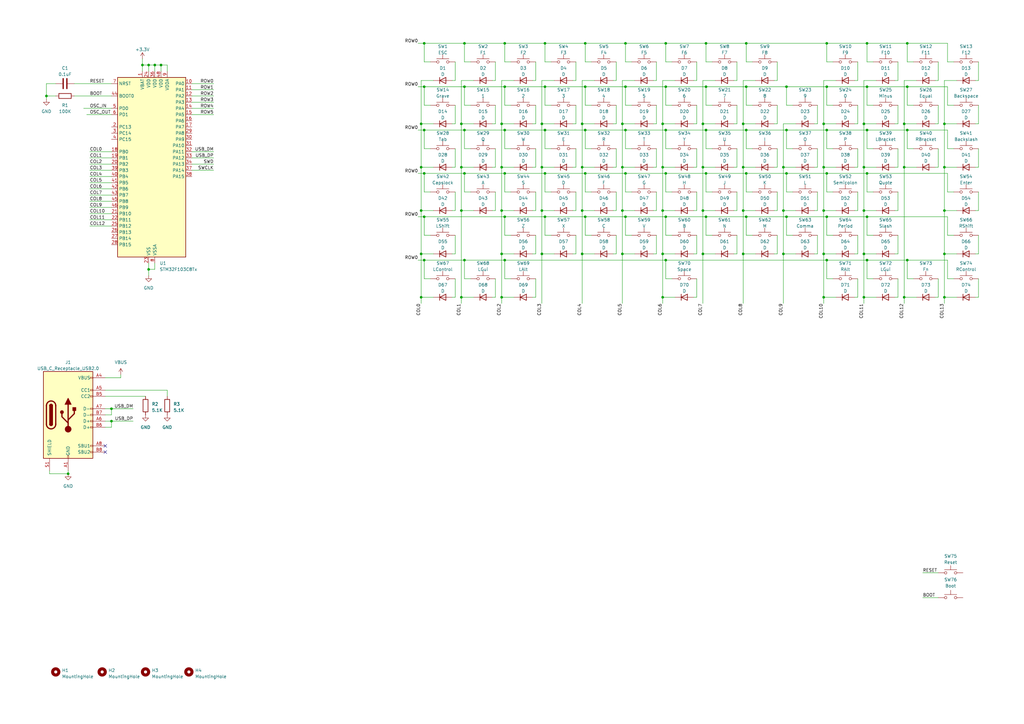
<source format=kicad_sch>
(kicad_sch (version 20230121) (generator eeschema)
  (paper "A3")
  (title_block (title "Keeb") (date "2023-04-10") (rev "0.1") (company "Mobs Workshop"))
  (junction (at 172.72 50.8))
  (junction (at 256.54 17.78))
  (junction (at 238.76 86.36))
  (junction (at 372.11 17.78))
  (junction (at 306.07 88.9))
  (junction (at 173.99 53.34))
  (junction (at 60.96 110.49))
  (junction (at 66.04 26.67))
  (junction (at 306.07 35.56))
  (junction (at 339.09 35.56))
  (junction (at 273.05 71.12))
  (junction (at 189.23 68.58))
  (junction (at 238.76 104.14))
  (junction (at 207.01 71.12))
  (junction (at 223.52 88.9))
  (junction (at 304.8 68.58))
  (junction (at 370.84 121.92))
  (junction (at 173.99 88.9))
  (junction (at 205.74 121.92))
  (junction (at 387.35 104.14))
  (junction (at 372.11 35.56))
  (junction (at 60.96 26.67))
  (junction (at 255.27 86.36))
  (junction (at 271.78 68.58))
  (junction (at 355.6 106.68))
  (junction (at 255.27 50.8))
  (junction (at 240.03 53.34))
  (junction (at 172.72 68.58))
  (junction (at 370.84 50.8))
  (junction (at 372.11 53.34))
  (junction (at 306.07 71.12))
  (junction (at 205.74 86.36))
  (junction (at 172.72 86.36))
  (junction (at 240.03 71.12))
  (junction (at 322.58 88.9))
  (junction (at 172.72 104.14))
  (junction (at 289.56 53.34))
  (junction (at 255.27 104.14))
  (junction (at 271.78 104.14))
  (junction (at 240.03 35.56))
  (junction (at 306.07 53.34))
  (junction (at 289.56 35.56))
  (junction (at 339.09 106.68))
  (junction (at 173.99 17.78))
  (junction (at 288.29 50.8))
  (junction (at 339.09 88.9))
  (junction (at 322.58 71.12))
  (junction (at 190.5 35.56))
  (junction (at 238.76 50.8))
  (junction (at 273.05 35.56))
  (junction (at 372.11 106.68))
  (junction (at 256.54 71.12))
  (junction (at 321.31 86.36))
  (junction (at 387.35 50.8))
  (junction (at 354.33 50.8))
  (junction (at 288.29 104.14))
  (junction (at 273.05 106.68))
  (junction (at 45.72 172.72))
  (junction (at 337.82 121.92))
  (junction (at 271.78 50.8))
  (junction (at 207.01 106.68))
  (junction (at 189.23 50.8))
  (junction (at 337.82 50.8))
  (junction (at 222.25 50.8))
  (junction (at 256.54 53.34))
  (junction (at 223.52 71.12))
  (junction (at 387.35 86.36))
  (junction (at 207.01 88.9))
  (junction (at 173.99 71.12))
  (junction (at 271.78 121.92))
  (junction (at 189.23 121.92))
  (junction (at 256.54 88.9))
  (junction (at 370.84 68.58))
  (junction (at 355.6 17.78))
  (junction (at 321.31 104.14))
  (junction (at 337.82 68.58))
  (junction (at 337.82 86.36))
  (junction (at 240.03 17.78))
  (junction (at 223.52 53.34))
  (junction (at 205.74 68.58))
  (junction (at 304.8 86.36))
  (junction (at 354.33 86.36))
  (junction (at 289.56 88.9))
  (junction (at 306.07 17.78))
  (junction (at 238.76 68.58))
  (junction (at 223.52 35.56))
  (junction (at 63.5 26.67))
  (junction (at 288.29 68.58))
  (junction (at 27.94 194.31))
  (junction (at 273.05 88.9))
  (junction (at 222.25 86.36))
  (junction (at 240.03 88.9))
  (junction (at 190.5 17.78))
  (junction (at 207.01 53.34))
  (junction (at 339.09 17.78))
  (junction (at 273.05 17.78))
  (junction (at 172.72 121.92))
  (junction (at 271.78 86.36))
  (junction (at 256.54 35.56))
  (junction (at 288.29 86.36))
  (junction (at 304.8 50.8))
  (junction (at 354.33 104.14))
  (junction (at 207.01 17.78))
  (junction (at 205.74 104.14))
  (junction (at 354.33 121.92))
  (junction (at 355.6 88.9))
  (junction (at 322.58 53.34))
  (junction (at 355.6 71.12))
  (junction (at 355.6 35.56))
  (junction (at 173.99 35.56))
  (junction (at 354.33 68.58))
  (junction (at 190.5 53.34))
  (junction (at 205.74 50.8))
  (junction (at 189.23 86.36))
  (junction (at 223.52 17.78))
  (junction (at 321.31 68.58))
  (junction (at 207.01 35.56))
  (junction (at 190.5 71.12))
  (junction (at 222.25 68.58))
  (junction (at 255.27 68.58))
  (junction (at 289.56 17.78))
  (junction (at 19.05 39.37))
  (junction (at 339.09 53.34))
  (junction (at 337.82 104.14))
  (junction (at 273.05 53.34))
  (junction (at 222.25 104.14))
  (junction (at 355.6 53.34))
  (junction (at 339.09 71.12))
  (junction (at 387.35 121.92))
  (junction (at 173.99 106.68))
  (junction (at 387.35 68.58))
  (junction (at 58.42 26.67))
  (junction (at 304.8 104.14))
  (junction (at 45.72 167.64))
  (junction (at 190.5 106.68))
  (junction (at 289.56 71.12))
  (junction (at 322.58 35.56))
  (no_connect (at 43.18 182.88))
  (no_connect (at 43.18 185.42))
  (wire (pts (xy 372.11 35.56) (xy 388.62 35.56)))
  (wire (pts (xy 289.56 71.12) (xy 306.07 71.12)))
  (wire (pts (xy 189.23 33.02) (xy 189.23 50.8)))
  (wire (pts (xy 177.8 33.02) (xy 172.72 33.02)))
  (wire (pts (xy 302.26 96.52) (xy 302.26 104.14)))
  (wire (pts (xy 337.82 68.58) (xy 337.82 86.36)))
  (wire (pts (xy 190.5 114.3) (xy 190.5 106.68)))
  (wire (pts (xy 63.5 110.49) (xy 60.96 110.49)))
  (wire (pts (xy 351.79 114.3) (xy 351.79 121.92)))
  (wire (pts (xy 337.82 50.8) (xy 337.82 68.58)))
  (wire (pts (xy 36.83 87.63) (xy 45.72 87.63)))
  (wire (pts (xy 203.2 25.4) (xy 203.2 33.02)))
  (wire (pts (xy 36.83 67.31) (xy 45.72 67.31)))
  (wire (pts (xy 337.82 121.92) (xy 337.82 124.46)))
  (wire (pts (xy 335.28 104.14) (xy 334.01 104.14)))
  (wire (pts (xy 243.84 86.36) (xy 238.76 86.36)))
  (wire (pts (xy 351.79 86.36) (xy 350.52 86.36)))
  (wire (pts (xy 401.32 50.8) (xy 400.05 50.8)))
  (wire (pts (xy 370.84 68.58) (xy 370.84 121.92)))
  (wire (pts (xy 259.08 43.18) (xy 256.54 43.18)))
  (wire (pts (xy 285.75 43.18) (xy 285.75 50.8)))
  (wire (pts (xy 207.01 106.68) (xy 273.05 106.68)))
  (wire (pts (xy 203.2 78.74) (xy 203.2 86.36)))
  (wire (pts (xy 374.65 114.3) (xy 372.11 114.3)))
  (wire (pts (xy 401.32 86.36) (xy 400.05 86.36)))
  (wire (pts (xy 388.62 78.74) (xy 388.62 71.12)))
  (wire (pts (xy 354.33 33.02) (xy 354.33 50.8)))
  (wire (pts (xy 252.73 68.58) (xy 251.46 68.58)))
  (wire (pts (xy 285.75 25.4) (xy 285.75 33.02)))
  (wire (pts (xy 171.45 17.78) (xy 173.99 17.78)))
  (wire (pts (xy 391.16 25.4) (xy 388.62 25.4)))
  (wire (pts (xy 337.82 86.36) (xy 337.82 104.14)))
  (wire (pts (xy 355.6 78.74) (xy 355.6 71.12)))
  (wire (pts (xy 337.82 33.02) (xy 337.82 50.8)))
  (wire (pts (xy 30.48 34.29) (xy 45.72 34.29)))
  (wire (pts (xy 368.3 43.18) (xy 368.3 50.8)))
  (wire (pts (xy 60.96 29.21) (xy 60.96 26.67)))
  (wire (pts (xy 285.75 121.92) (xy 284.48 121.92)))
  (wire (pts (xy 285.75 33.02) (xy 284.48 33.02)))
  (wire (pts (xy 172.72 86.36) (xy 172.72 104.14)))
  (wire (pts (xy 210.82 104.14) (xy 205.74 104.14)))
  (wire (pts (xy 36.83 72.39) (xy 45.72 72.39)))
  (wire (pts (xy 207.01 53.34) (xy 223.52 53.34)))
  (wire (pts (xy 22.86 34.29) (xy 19.05 34.29)))
  (wire (pts (xy 273.05 60.96) (xy 273.05 53.34)))
  (wire (pts (xy 302.26 50.8) (xy 300.99 50.8)))
  (wire (pts (xy 176.53 114.3) (xy 173.99 114.3)))
  (wire (pts (xy 372.11 106.68) (xy 388.62 106.68)))
  (wire (pts (xy 341.63 96.52) (xy 339.09 96.52)))
  (wire (pts (xy 351.79 60.96) (xy 351.79 68.58)))
  (wire (pts (xy 401.32 60.96) (xy 401.32 68.58)))
  (wire (pts (xy 78.74 67.31) (xy 87.63 67.31)))
  (wire (pts (xy 205.74 104.14) (xy 205.74 121.92)))
  (wire (pts (xy 186.69 104.14) (xy 185.42 104.14)))
  (wire (pts (xy 387.35 121.92) (xy 387.35 124.46)))
  (wire (pts (xy 387.35 68.58) (xy 387.35 86.36)))
  (wire (pts (xy 173.99 78.74) (xy 173.99 71.12)))
  (wire (pts (xy 308.61 43.18) (xy 306.07 43.18)))
  (wire (pts (xy 223.52 60.96) (xy 223.52 53.34)))
  (wire (pts (xy 207.01 17.78) (xy 223.52 17.78)))
  (wire (pts (xy 222.25 104.14) (xy 222.25 124.46)))
  (wire (pts (xy 339.09 96.52) (xy 339.09 88.9)))
  (wire (pts (xy 318.77 68.58) (xy 317.5 68.58)))
  (wire (pts (xy 190.5 17.78) (xy 207.01 17.78)))
  (wire (pts (xy 78.74 69.85) (xy 87.63 69.85)))
  (wire (pts (xy 226.06 43.18) (xy 223.52 43.18)))
  (wire (pts (xy 374.65 43.18) (xy 372.11 43.18)))
  (wire (pts (xy 236.22 25.4) (xy 236.22 33.02)))
  (wire (pts (xy 401.32 114.3) (xy 401.32 121.92)))
  (wire (pts (xy 351.79 96.52) (xy 351.79 104.14)))
  (wire (pts (xy 321.31 68.58) (xy 321.31 86.36)))
  (wire (pts (xy 388.62 60.96) (xy 388.62 53.34)))
  (wire (pts (xy 45.72 172.72) (xy 54.61 172.72)))
  (wire (pts (xy 255.27 68.58) (xy 255.27 86.36)))
  (wire (pts (xy 339.09 106.68) (xy 355.6 106.68)))
  (wire (pts (xy 223.52 71.12) (xy 240.03 71.12)))
  (wire (pts (xy 186.69 78.74) (xy 186.69 86.36)))
  (wire (pts (xy 172.72 104.14) (xy 172.72 121.92)))
  (wire (pts (xy 318.77 86.36) (xy 317.5 86.36)))
  (wire (pts (xy 354.33 86.36) (xy 354.33 104.14)))
  (wire (pts (xy 173.99 25.4) (xy 173.99 17.78)))
  (wire (pts (xy 289.56 43.18) (xy 289.56 35.56)))
  (wire (pts (xy 210.82 121.92) (xy 205.74 121.92)))
  (wire (pts (xy 318.77 43.18) (xy 318.77 50.8)))
  (wire (pts (xy 36.83 82.55) (xy 45.72 82.55)))
  (wire (pts (xy 388.62 96.52) (xy 388.62 88.9)))
  (wire (pts (xy 372.11 60.96) (xy 372.11 53.34)))
  (wire (pts (xy 269.24 78.74) (xy 269.24 86.36)))
  (wire (pts (xy 325.12 78.74) (xy 322.58 78.74)))
  (wire (pts (xy 276.86 68.58) (xy 271.78 68.58)))
  (wire (pts (xy 285.75 96.52) (xy 285.75 104.14)))
  (wire (pts (xy 271.78 50.8) (xy 271.78 68.58)))
  (wire (pts (xy 240.03 17.78) (xy 256.54 17.78)))
  (wire (pts (xy 289.56 35.56) (xy 306.07 35.56)))
  (wire (pts (xy 240.03 35.56) (xy 256.54 35.56)))
  (wire (pts (xy 58.42 24.13) (xy 58.42 26.67)))
  (wire (pts (xy 339.09 25.4) (xy 339.09 17.78)))
  (wire (pts (xy 308.61 25.4) (xy 306.07 25.4)))
  (wire (pts (xy 273.05 53.34) (xy 289.56 53.34)))
  (wire (pts (xy 285.75 114.3) (xy 285.75 121.92)))
  (wire (pts (xy 326.39 86.36) (xy 321.31 86.36)))
  (wire (pts (xy 391.16 43.18) (xy 388.62 43.18)))
  (wire (pts (xy 173.99 71.12) (xy 190.5 71.12)))
  (wire (pts (xy 322.58 43.18) (xy 322.58 35.56)))
  (wire (pts (xy 335.28 50.8) (xy 334.01 50.8)))
  (wire (pts (xy 326.39 68.58) (xy 321.31 68.58)))
  (wire (pts (xy 293.37 33.02) (xy 288.29 33.02)))
  (wire (pts (xy 193.04 114.3) (xy 190.5 114.3)))
  (wire (pts (xy 318.77 33.02) (xy 317.5 33.02)))
  (wire (pts (xy 335.28 60.96) (xy 335.28 68.58)))
  (wire (pts (xy 177.8 86.36) (xy 172.72 86.36)))
  (wire (pts (xy 36.83 90.17) (xy 45.72 90.17)))
  (wire (pts (xy 351.79 25.4) (xy 351.79 33.02)))
  (wire (pts (xy 20.32 193.04) (xy 20.32 194.31)))
  (wire (pts (xy 186.69 60.96) (xy 186.69 68.58)))
  (wire (pts (xy 355.6 114.3) (xy 355.6 106.68)))
  (wire (pts (xy 243.84 33.02) (xy 238.76 33.02)))
  (wire (pts (xy 309.88 33.02) (xy 304.8 33.02)))
  (wire (pts (xy 384.81 50.8) (xy 383.54 50.8)))
  (wire (pts (xy 391.16 96.52) (xy 388.62 96.52)))
  (wire (pts (xy 210.82 86.36) (xy 205.74 86.36)))
  (wire (pts (xy 173.99 96.52) (xy 173.99 88.9)))
  (wire (pts (xy 273.05 35.56) (xy 289.56 35.56)))
  (wire (pts (xy 223.52 88.9) (xy 240.03 88.9)))
  (wire (pts (xy 256.54 53.34) (xy 273.05 53.34)))
  (wire (pts (xy 354.33 68.58) (xy 354.33 86.36)))
  (wire (pts (xy 339.09 53.34) (xy 355.6 53.34)))
  (wire (pts (xy 355.6 53.34) (xy 372.11 53.34)))
  (wire (pts (xy 302.26 78.74) (xy 302.26 86.36)))
  (wire (pts (xy 256.54 88.9) (xy 273.05 88.9)))
  (wire (pts (xy 304.8 68.58) (xy 304.8 86.36)))
  (wire (pts (xy 289.56 53.34) (xy 306.07 53.34)))
  (wire (pts (xy 322.58 35.56) (xy 339.09 35.56)))
  (wire (pts (xy 222.25 68.58) (xy 222.25 86.36)))
  (wire (pts (xy 19.05 34.29) (xy 19.05 39.37)))
  (wire (pts (xy 227.33 68.58) (xy 222.25 68.58)))
  (wire (pts (xy 293.37 86.36) (xy 288.29 86.36)))
  (wire (pts (xy 207.01 88.9) (xy 223.52 88.9)))
  (wire (pts (xy 22.86 39.37) (xy 19.05 39.37)))
  (wire (pts (xy 308.61 60.96) (xy 306.07 60.96)))
  (wire (pts (xy 194.31 50.8) (xy 189.23 50.8)))
  (wire (pts (xy 384.81 43.18) (xy 384.81 50.8)))
  (wire (pts (xy 304.8 104.14) (xy 304.8 124.46)))
  (wire (pts (xy 58.42 26.67) (xy 58.42 29.21)))
  (wire (pts (xy 209.55 114.3) (xy 207.01 114.3)))
  (wire (pts (xy 36.83 69.85) (xy 45.72 69.85)))
  (wire (pts (xy 401.32 68.58) (xy 400.05 68.58)))
  (wire (pts (xy 285.75 68.58) (xy 284.48 68.58)))
  (wire (pts (xy 27.94 193.04) (xy 27.94 194.31)))
  (wire (pts (xy 355.6 88.9) (xy 388.62 88.9)))
  (wire (pts (xy 207.01 71.12) (xy 223.52 71.12)))
  (wire (pts (xy 219.71 86.36) (xy 218.44 86.36)))
  (wire (pts (xy 226.06 78.74) (xy 223.52 78.74)))
  (wire (pts (xy 203.2 68.58) (xy 201.93 68.58)))
  (wire (pts (xy 342.9 50.8) (xy 337.82 50.8)))
  (wire (pts (xy 43.18 167.64) (xy 45.72 167.64)))
  (wire (pts (xy 354.33 104.14) (xy 354.33 121.92)))
  (wire (pts (xy 391.16 114.3) (xy 388.62 114.3)))
  (wire (pts (xy 236.22 96.52) (xy 236.22 104.14)))
  (wire (pts (xy 259.08 96.52) (xy 256.54 96.52)))
  (wire (pts (xy 342.9 121.92) (xy 337.82 121.92)))
  (wire (pts (xy 256.54 35.56) (xy 273.05 35.56)))
  (wire (pts (xy 401.32 121.92) (xy 400.05 121.92)))
  (wire (pts (xy 358.14 78.74) (xy 355.6 78.74)))
  (wire (pts (xy 36.83 80.01) (xy 45.72 80.01)))
  (wire (pts (xy 66.04 26.67) (xy 68.58 26.67)))
  (wire (pts (xy 66.04 29.21) (xy 66.04 26.67)))
  (wire (pts (xy 36.83 64.77) (xy 45.72 64.77)))
  (wire (pts (xy 309.88 68.58) (xy 304.8 68.58)))
  (wire (pts (xy 325.12 60.96) (xy 322.58 60.96)))
  (wire (pts (xy 306.07 96.52) (xy 306.07 88.9)))
  (wire (pts (xy 43.18 175.26) (xy 45.72 175.26)))
  (wire (pts (xy 302.26 33.02) (xy 300.99 33.02)))
  (wire (pts (xy 392.43 86.36) (xy 387.35 86.36)))
  (wire (pts (xy 207.01 25.4) (xy 207.01 17.78)))
  (wire (pts (xy 292.1 96.52) (xy 289.56 96.52)))
  (wire (pts (xy 339.09 43.18) (xy 339.09 35.56)))
  (wire (pts (xy 227.33 33.02) (xy 222.25 33.02)))
  (wire (pts (xy 205.74 68.58) (xy 205.74 86.36)))
  (wire (pts (xy 359.41 86.36) (xy 354.33 86.36)))
  (wire (pts (xy 242.57 43.18) (xy 240.03 43.18)))
  (wire (pts (xy 321.31 50.8) (xy 321.31 68.58)))
  (wire (pts (xy 252.73 86.36) (xy 251.46 86.36)))
  (wire (pts (xy 186.69 121.92) (xy 185.42 121.92)))
  (wire (pts (xy 256.54 78.74) (xy 256.54 71.12)))
  (wire (pts (xy 34.29 44.45) (xy 45.72 44.45)))
  (wire (pts (xy 351.79 33.02) (xy 350.52 33.02)))
  (wire (pts (xy 186.69 33.02) (xy 185.42 33.02)))
  (wire (pts (xy 194.31 33.02) (xy 189.23 33.02)))
  (wire (pts (xy 177.8 68.58) (xy 172.72 68.58)))
  (wire (pts (xy 189.23 68.58) (xy 189.23 86.36)))
  (wire (pts (xy 209.55 78.74) (xy 207.01 78.74)))
  (wire (pts (xy 387.35 33.02) (xy 387.35 50.8)))
  (wire (pts (xy 288.29 33.02) (xy 288.29 50.8)))
  (wire (pts (xy 240.03 53.34) (xy 256.54 53.34)))
  (wire (pts (xy 289.56 25.4) (xy 289.56 17.78)))
  (wire (pts (xy 176.53 96.52) (xy 173.99 96.52)))
  (wire (pts (xy 374.65 60.96) (xy 372.11 60.96)))
  (wire (pts (xy 171.45 35.56) (xy 173.99 35.56)))
  (wire (pts (xy 193.04 60.96) (xy 190.5 60.96)))
  (wire (pts (xy 63.5 26.67) (xy 60.96 26.67)))
  (wire (pts (xy 193.04 43.18) (xy 190.5 43.18)))
  (wire (pts (xy 375.92 33.02) (xy 370.84 33.02)))
  (wire (pts (xy 391.16 60.96) (xy 388.62 60.96)))
  (wire (pts (xy 309.88 50.8) (xy 304.8 50.8)))
  (wire (pts (xy 384.81 60.96) (xy 384.81 68.58)))
  (wire (pts (xy 269.24 68.58) (xy 267.97 68.58)))
  (wire (pts (xy 285.75 78.74) (xy 285.75 86.36)))
  (wire (pts (xy 292.1 25.4) (xy 289.56 25.4)))
  (wire (pts (xy 387.35 50.8) (xy 387.35 68.58)))
  (wire (pts (xy 354.33 50.8) (xy 354.33 68.58)))
  (wire (pts (xy 172.72 68.58) (xy 172.72 86.36)))
  (wire (pts (xy 240.03 88.9) (xy 256.54 88.9)))
  (wire (pts (xy 171.45 71.12) (xy 173.99 71.12)))
  (wire (pts (xy 177.8 50.8) (xy 172.72 50.8)))
  (wire (pts (xy 78.74 64.77) (xy 87.63 64.77)))
  (wire (pts (xy 190.5 35.56) (xy 207.01 35.56)))
  (wire (pts (xy 190.5 53.34) (xy 207.01 53.34)))
  (wire (pts (xy 368.3 78.74) (xy 368.3 86.36)))
  (wire (pts (xy 252.73 43.18) (xy 252.73 50.8)))
  (wire (pts (xy 240.03 60.96) (xy 240.03 53.34)))
  (wire (pts (xy 172.72 50.8) (xy 172.72 68.58)))
  (wire (pts (xy 355.6 96.52) (xy 355.6 88.9)))
  (wire (pts (xy 384.81 121.92) (xy 383.54 121.92)))
  (wire (pts (xy 252.73 50.8) (xy 251.46 50.8)))
  (wire (pts (xy 273.05 17.78) (xy 289.56 17.78)))
  (wire (pts (xy 223.52 25.4) (xy 223.52 17.78)))
  (wire (pts (xy 171.45 106.68) (xy 173.99 106.68)))
  (wire (pts (xy 370.84 33.02) (xy 370.84 50.8)))
  (wire (pts (xy 375.92 50.8) (xy 370.84 50.8)))
  (wire (pts (xy 78.74 41.91) (xy 87.63 41.91)))
  (wire (pts (xy 388.62 43.18) (xy 388.62 35.56)))
  (wire (pts (xy 387.35 86.36) (xy 387.35 104.14)))
  (wire (pts (xy 223.52 96.52) (xy 223.52 88.9)))
  (wire (pts (xy 306.07 43.18) (xy 306.07 35.56)))
  (wire (pts (xy 388.62 25.4) (xy 388.62 17.78)))
  (wire (pts (xy 256.54 60.96) (xy 256.54 53.34)))
  (wire (pts (xy 288.29 50.8) (xy 288.29 68.58)))
  (wire (pts (xy 401.32 43.18) (xy 401.32 50.8)))
  (wire (pts (xy 252.73 78.74) (xy 252.73 86.36)))
  (wire (pts (xy 391.16 78.74) (xy 388.62 78.74)))
  (wire (pts (xy 186.69 43.18) (xy 186.69 50.8)))
  (wire (pts (xy 269.24 43.18) (xy 269.24 50.8)))
  (wire (pts (xy 223.52 35.56) (xy 240.03 35.56)))
  (wire (pts (xy 242.57 60.96) (xy 240.03 60.96)))
  (wire (pts (xy 210.82 50.8) (xy 205.74 50.8)))
  (wire (pts (xy 36.83 62.23) (xy 45.72 62.23)))
  (wire (pts (xy 269.24 33.02) (xy 267.97 33.02)))
  (wire (pts (xy 335.28 96.52) (xy 335.28 104.14)))
  (wire (pts (xy 63.5 26.67) (xy 66.04 26.67)))
  (wire (pts (xy 186.69 114.3) (xy 186.69 121.92)))
  (wire (pts (xy 293.37 104.14) (xy 288.29 104.14)))
  (wire (pts (xy 238.76 86.36) (xy 238.76 104.14)))
  (wire (pts (xy 355.6 71.12) (xy 388.62 71.12)))
  (wire (pts (xy 358.14 114.3) (xy 355.6 114.3)))
  (wire (pts (xy 36.83 85.09) (xy 45.72 85.09)))
  (wire (pts (xy 351.79 68.58) (xy 350.52 68.58)))
  (wire (pts (xy 341.63 25.4) (xy 339.09 25.4)))
  (wire (pts (xy 240.03 71.12) (xy 256.54 71.12)))
  (wire (pts (xy 203.2 50.8) (xy 201.93 50.8)))
  (wire (pts (xy 355.6 35.56) (xy 372.11 35.56)))
  (wire (pts (xy 273.05 88.9) (xy 289.56 88.9)))
  (wire (pts (xy 358.14 25.4) (xy 355.6 25.4)))
  (wire (pts (xy 275.59 114.3) (xy 273.05 114.3)))
  (wire (pts (xy 342.9 33.02) (xy 337.82 33.02)))
  (wire (pts (xy 238.76 68.58) (xy 238.76 86.36)))
  (wire (pts (xy 260.35 50.8) (xy 255.27 50.8)))
  (wire (pts (xy 219.71 68.58) (xy 218.44 68.58)))
  (wire (pts (xy 339.09 114.3) (xy 339.09 106.68)))
  (wire (pts (xy 78.74 46.99) (xy 87.63 46.99)))
  (wire (pts (xy 19.05 39.37) (xy 19.05 40.64)))
  (wire (pts (xy 309.88 104.14) (xy 304.8 104.14)))
  (wire (pts (xy 342.9 86.36) (xy 337.82 86.36)))
  (wire (pts (xy 256.54 25.4) (xy 256.54 17.78)))
  (wire (pts (xy 321.31 86.36) (xy 321.31 104.14)))
  (wire (pts (xy 368.3 86.36) (xy 367.03 86.36)))
  (wire (pts (xy 30.48 39.37) (xy 45.72 39.37)))
  (wire (pts (xy 223.52 53.34) (xy 240.03 53.34)))
  (wire (pts (xy 173.99 43.18) (xy 173.99 35.56)))
  (wire (pts (xy 238.76 33.02) (xy 238.76 50.8)))
  (wire (pts (xy 222.25 86.36) (xy 222.25 104.14)))
  (wire (pts (xy 302.26 25.4) (xy 302.26 33.02)))
  (wire (pts (xy 219.71 33.02) (xy 218.44 33.02)))
  (wire (pts (xy 207.01 35.56) (xy 223.52 35.56)))
  (wire (pts (xy 285.75 50.8) (xy 284.48 50.8)))
  (wire (pts (xy 355.6 60.96) (xy 355.6 53.34)))
  (wire (pts (xy 318.77 25.4) (xy 318.77 33.02)))
  (wire (pts (xy 45.72 167.64) (xy 54.61 167.64)))
  (wire (pts (xy 269.24 60.96) (xy 269.24 68.58)))
  (wire (pts (xy 68.58 162.56) (xy 68.58 160.02)))
  (wire (pts (xy 375.92 68.58) (xy 370.84 68.58)))
  (wire (pts (xy 351.79 78.74) (xy 351.79 86.36)))
  (wire (pts (xy 285.75 60.96) (xy 285.75 68.58)))
  (wire (pts (xy 358.14 60.96) (xy 355.6 60.96)))
  (wire (pts (xy 242.57 96.52) (xy 240.03 96.52)))
  (wire (pts (xy 302.26 104.14) (xy 300.99 104.14)))
  (wire (pts (xy 275.59 60.96) (xy 273.05 60.96)))
  (wire (pts (xy 223.52 17.78) (xy 240.03 17.78)))
  (wire (pts (xy 189.23 50.8) (xy 189.23 68.58)))
  (wire (pts (xy 372.11 43.18) (xy 372.11 35.56)))
  (wire (pts (xy 176.53 25.4) (xy 173.99 25.4)))
  (wire (pts (xy 219.71 25.4) (xy 219.71 33.02)))
  (wire (pts (xy 392.43 50.8) (xy 387.35 50.8)))
  (wire (pts (xy 341.63 114.3) (xy 339.09 114.3)))
  (wire (pts (xy 20.32 194.31) (xy 27.94 194.31)))
  (wire (pts (xy 60.96 110.49) (xy 60.96 113.03)))
  (wire (pts (xy 269.24 86.36) (xy 267.97 86.36)))
  (wire (pts (xy 207.01 60.96) (xy 207.01 53.34)))
  (wire (pts (xy 236.22 50.8) (xy 234.95 50.8)))
  (wire (pts (xy 372.11 114.3) (xy 372.11 106.68)))
  (wire (pts (xy 355.6 25.4) (xy 355.6 17.78)))
  (wire (pts (xy 276.86 104.14) (xy 271.78 104.14)))
  (wire (pts (xy 63.5 29.21) (xy 63.5 26.67)))
  (wire (pts (xy 372.11 25.4) (xy 372.11 17.78)))
  (wire (pts (xy 293.37 50.8) (xy 288.29 50.8)))
  (wire (pts (xy 186.69 86.36) (xy 185.42 86.36)))
  (wire (pts (xy 227.33 104.14) (xy 222.25 104.14)))
  (wire (pts (xy 256.54 96.52) (xy 256.54 88.9)))
  (wire (pts (xy 293.37 68.58) (xy 288.29 68.58)))
  (wire (pts (xy 236.22 78.74) (xy 236.22 86.36)))
  (wire (pts (xy 256.54 43.18) (xy 256.54 35.56)))
  (wire (pts (xy 276.86 121.92) (xy 271.78 121.92)))
  (wire (pts (xy 259.08 60.96) (xy 256.54 60.96)))
  (wire (pts (xy 355.6 17.78) (xy 372.11 17.78)))
  (wire (pts (xy 275.59 96.52) (xy 273.05 96.52)))
  (wire (pts (xy 190.5 60.96) (xy 190.5 53.34)))
  (wire (pts (xy 392.43 68.58) (xy 387.35 68.58)))
  (wire (pts (xy 45.72 170.18) (xy 45.72 167.64)))
  (wire (pts (xy 341.63 78.74) (xy 339.09 78.74)))
  (wire (pts (xy 227.33 50.8) (xy 222.25 50.8)))
  (wire (pts (xy 271.78 33.02) (xy 271.78 50.8)))
  (wire (pts (xy 190.5 78.74) (xy 190.5 71.12)))
  (wire (pts (xy 194.31 121.92) (xy 189.23 121.92)))
  (wire (pts (xy 384.81 33.02) (xy 383.54 33.02)))
  (wire (pts (xy 368.3 50.8) (xy 367.03 50.8)))
  (wire (pts (xy 171.45 53.34) (xy 173.99 53.34)))
  (wire (pts (xy 252.73 60.96) (xy 252.73 68.58)))
  (wire (pts (xy 273.05 78.74) (xy 273.05 71.12)))
  (wire (pts (xy 222.25 33.02) (xy 222.25 50.8)))
  (wire (pts (xy 359.41 121.92) (xy 354.33 121.92)))
  (wire (pts (xy 306.07 60.96) (xy 306.07 53.34)))
  (wire (pts (xy 173.99 35.56) (xy 190.5 35.56)))
  (wire (pts (xy 342.9 104.14) (xy 337.82 104.14)))
  (wire (pts (xy 189.23 121.92) (xy 189.23 124.46)))
  (wire (pts (xy 318.77 50.8) (xy 317.5 50.8)))
  (wire (pts (xy 219.71 60.96) (xy 219.71 68.58)))
  (wire (pts (xy 255.27 33.02) (xy 255.27 50.8)))
  (wire (pts (xy 271.78 86.36) (xy 271.78 104.14)))
  (wire (pts (xy 372.11 17.78) (xy 388.62 17.78)))
  (wire (pts (xy 240.03 43.18) (xy 240.03 35.56)))
  (wire (pts (xy 173.99 114.3) (xy 173.99 106.68)))
  (wire (pts (xy 207.01 78.74) (xy 207.01 71.12)))
  (wire (pts (xy 322.58 96.52) (xy 322.58 88.9)))
  (wire (pts (xy 318.77 60.96) (xy 318.77 68.58)))
  (wire (pts (xy 207.01 114.3) (xy 207.01 106.68)))
  (wire (pts (xy 255.27 104.14) (xy 255.27 124.46)))
  (wire (pts (xy 177.8 104.14) (xy 172.72 104.14)))
  (wire (pts (xy 271.78 121.92) (xy 271.78 124.46)))
  (wire (pts (xy 193.04 25.4) (xy 190.5 25.4)))
  (wire (pts (xy 252.73 96.52) (xy 252.73 104.14)))
  (wire (pts (xy 339.09 78.74) (xy 339.09 71.12)))
  (wire (pts (xy 359.41 33.02) (xy 354.33 33.02)))
  (wire (pts (xy 236.22 104.14) (xy 234.95 104.14)))
  (wire (pts (xy 326.39 104.14) (xy 321.31 104.14)))
  (wire (pts (xy 171.45 88.9) (xy 173.99 88.9)))
  (wire (pts (xy 370.84 50.8) (xy 370.84 68.58)))
  (wire (pts (xy 43.18 170.18) (xy 45.72 170.18)))
  (wire (pts (xy 368.3 68.58) (xy 367.03 68.58)))
  (wire (pts (xy 275.59 43.18) (xy 273.05 43.18)))
  (wire (pts (xy 378.46 234.95) (xy 384.81 234.95)))
  (wire (pts (xy 351.79 43.18) (xy 351.79 50.8)))
  (wire (pts (xy 322.58 71.12) (xy 339.09 71.12)))
  (wire (pts (xy 302.26 86.36) (xy 300.99 86.36)))
  (wire (pts (xy 304.8 86.36) (xy 304.8 104.14)))
  (wire (pts (xy 68.58 160.02) (xy 43.18 160.02)))
  (wire (pts (xy 243.84 104.14) (xy 238.76 104.14)))
  (wire (pts (xy 289.56 78.74) (xy 289.56 71.12)))
  (wire (pts (xy 219.71 114.3) (xy 219.71 121.92)))
  (wire (pts (xy 78.74 36.83) (xy 87.63 36.83)))
  (wire (pts (xy 325.12 43.18) (xy 322.58 43.18)))
  (wire (pts (xy 60.96 26.67) (xy 58.42 26.67)))
  (wire (pts (xy 292.1 43.18) (xy 289.56 43.18)))
  (wire (pts (xy 236.22 86.36) (xy 234.95 86.36)))
  (wire (pts (xy 304.8 33.02) (xy 304.8 50.8)))
  (wire (pts (xy 359.41 68.58) (xy 354.33 68.58)))
  (wire (pts (xy 292.1 78.74) (xy 289.56 78.74)))
  (wire (pts (xy 273.05 114.3) (xy 273.05 106.68)))
  (wire (pts (xy 240.03 96.52) (xy 240.03 88.9)))
  (wire (pts (xy 78.74 39.37) (xy 87.63 39.37)))
  (wire (pts (xy 358.14 43.18) (xy 355.6 43.18)))
  (wire (pts (xy 60.96 107.95) (xy 60.96 110.49)))
  (wire (pts (xy 368.3 96.52) (xy 368.3 104.14)))
  (wire (pts (xy 359.41 104.14) (xy 354.33 104.14)))
  (wire (pts (xy 322.58 60.96) (xy 322.58 53.34)))
  (wire (pts (xy 189.23 86.36) (xy 189.23 121.92)))
  (wire (pts (xy 194.31 86.36) (xy 189.23 86.36)))
  (wire (pts (xy 260.35 68.58) (xy 255.27 68.58)))
  (wire (pts (xy 370.84 121.92) (xy 370.84 124.46)))
  (wire (pts (xy 306.07 35.56) (xy 322.58 35.56)))
  (wire (pts (xy 273.05 25.4) (xy 273.05 17.78)))
  (wire (pts (xy 226.06 60.96) (xy 223.52 60.96)))
  (wire (pts (xy 276.86 50.8) (xy 271.78 50.8)))
  (wire (pts (xy 242.57 78.74) (xy 240.03 78.74)))
  (wire (pts (xy 205.74 33.02) (xy 205.74 50.8)))
  (wire (pts (xy 275.59 25.4) (xy 273.05 25.4)))
  (wire (pts (xy 256.54 71.12) (xy 273.05 71.12)))
  (wire (pts (xy 176.53 43.18) (xy 173.99 43.18)))
  (wire (pts (xy 203.2 121.92) (xy 201.93 121.92)))
  (wire (pts (xy 273.05 106.68) (xy 339.09 106.68)))
  (wire (pts (xy 306.07 17.78) (xy 339.09 17.78)))
  (wire (pts (xy 223.52 78.74) (xy 223.52 71.12)))
  (wire (pts (xy 173.99 60.96) (xy 173.99 53.34)))
  (wire (pts (xy 36.83 77.47) (xy 45.72 77.47)))
  (wire (pts (xy 210.82 68.58) (xy 205.74 68.58)))
  (wire (pts (xy 401.32 104.14) (xy 400.05 104.14)))
  (wire (pts (xy 173.99 88.9) (xy 207.01 88.9)))
  (wire (pts (xy 285.75 104.14) (xy 284.48 104.14)))
  (wire (pts (xy 288.29 104.14) (xy 288.29 124.46)))
  (wire (pts (xy 252.73 25.4) (xy 252.73 33.02)))
  (wire (pts (xy 238.76 50.8) (xy 238.76 68.58)))
  (wire (pts (xy 43.18 172.72) (xy 45.72 172.72)))
  (wire (pts (xy 355.6 43.18) (xy 355.6 35.56)))
  (wire (pts (xy 186.69 50.8) (xy 185.42 50.8)))
  (wire (pts (xy 387.35 104.14) (xy 387.35 121.92)))
  (wire (pts (xy 309.88 86.36) (xy 304.8 86.36)))
  (wire (pts (xy 368.3 25.4) (xy 368.3 33.02)))
  (wire (pts (xy 273.05 96.52) (xy 273.05 88.9)))
  (wire (pts (xy 401.32 78.74) (xy 401.32 86.36)))
  (wire (pts (xy 236.22 33.02) (xy 234.95 33.02)))
  (wire (pts (xy 186.69 96.52) (xy 186.69 104.14)))
  (wire (pts (xy 173.99 17.78) (xy 190.5 17.78)))
  (wire (pts (xy 242.57 25.4) (xy 240.03 25.4)))
  (wire (pts (xy 252.73 33.02) (xy 251.46 33.02)))
  (wire (pts (xy 35.56 46.99) (xy 45.72 46.99)))
  (wire (pts (xy 351.79 50.8) (xy 350.52 50.8)))
  (wire (pts (xy 339.09 88.9) (xy 355.6 88.9)))
  (wire (pts (xy 368.3 121.92) (xy 367.03 121.92)))
  (wire (pts (xy 209.55 96.52) (xy 207.01 96.52)))
  (wire (pts (xy 219.71 78.74) (xy 219.71 86.36)))
  (wire (pts (xy 335.28 78.74) (xy 335.28 86.36)))
  (wire (pts (xy 203.2 43.18) (xy 203.2 50.8)))
  (wire (pts (xy 368.3 104.14) (xy 367.03 104.14)))
  (wire (pts (xy 236.22 60.96) (xy 236.22 68.58)))
  (wire (pts (xy 186.69 68.58) (xy 185.42 68.58)))
  (wire (pts (xy 36.83 92.71) (xy 45.72 92.71)))
  (wire (pts (xy 288.29 68.58) (xy 288.29 86.36)))
  (wire (pts (xy 207.01 43.18) (xy 207.01 35.56)))
  (wire (pts (xy 374.65 25.4) (xy 372.11 25.4)))
  (wire (pts (xy 269.24 104.14) (xy 267.97 104.14)))
  (wire (pts (xy 243.84 50.8) (xy 238.76 50.8)))
  (wire (pts (xy 176.53 60.96) (xy 173.99 60.96)))
  (wire (pts (xy 306.07 78.74) (xy 306.07 71.12)))
  (wire (pts (xy 269.24 25.4) (xy 269.24 33.02)))
  (wire (pts (xy 368.3 33.02) (xy 367.03 33.02)))
  (wire (pts (xy 308.61 96.52) (xy 306.07 96.52)))
  (wire (pts (xy 359.41 50.8) (xy 354.33 50.8)))
  (wire (pts (xy 219.71 96.52) (xy 219.71 104.14)))
  (wire (pts (xy 219.71 104.14) (xy 218.44 104.14)))
  (wire (pts (xy 275.59 78.74) (xy 273.05 78.74)))
  (wire (pts (xy 219.71 121.92) (xy 218.44 121.92)))
  (wire (pts (xy 342.9 68.58) (xy 337.82 68.58)))
  (wire (pts (xy 276.86 86.36) (xy 271.78 86.36)))
  (wire (pts (xy 210.82 33.02) (xy 205.74 33.02)))
  (wire (pts (xy 63.5 107.95) (xy 63.5 110.49)))
  (wire (pts (xy 260.35 104.14) (xy 255.27 104.14)))
  (wire (pts (xy 259.08 78.74) (xy 256.54 78.74)))
  (wire (pts (xy 219.71 50.8) (xy 218.44 50.8)))
  (wire (pts (xy 226.06 25.4) (xy 223.52 25.4)))
  (wire (pts (xy 322.58 88.9) (xy 339.09 88.9)))
  (wire (pts (xy 289.56 96.52) (xy 289.56 88.9)))
  (wire (pts (xy 326.39 50.8) (xy 321.31 50.8)))
  (wire (pts (xy 273.05 43.18) (xy 273.05 35.56)))
  (wire (pts (xy 78.74 44.45) (xy 87.63 44.45)))
  (wire (pts (xy 304.8 50.8) (xy 304.8 68.58)))
  (wire (pts (xy 209.55 25.4) (xy 207.01 25.4)))
  (wire (pts (xy 368.3 60.96) (xy 368.3 68.58)))
  (wire (pts (xy 209.55 60.96) (xy 207.01 60.96)))
  (wire (pts (xy 78.74 34.29) (xy 87.63 34.29)))
  (wire (pts (xy 255.27 86.36) (xy 255.27 104.14)))
  (wire (pts (xy 209.55 43.18) (xy 207.01 43.18)))
  (wire (pts (xy 388.62 114.3) (xy 388.62 106.68)))
  (wire (pts (xy 255.27 50.8) (xy 255.27 68.58)))
  (wire (pts (xy 256.54 17.78) (xy 273.05 17.78)))
  (wire (pts (xy 190.5 106.68) (xy 207.01 106.68)))
  (wire (pts (xy 322.58 53.34) (xy 339.09 53.34)))
  (wire (pts (xy 207.01 96.52) (xy 207.01 88.9)))
  (wire (pts (xy 289.56 60.96) (xy 289.56 53.34)))
  (wire (pts (xy 177.8 121.92) (xy 172.72 121.92)))
  (wire (pts (xy 205.74 86.36) (xy 205.74 104.14)))
  (wire (pts (xy 339.09 60.96) (xy 339.09 53.34)))
  (wire (pts (xy 368.3 114.3) (xy 368.3 121.92)))
  (wire (pts (xy 384.81 25.4) (xy 384.81 33.02)))
  (wire (pts (xy 401.32 96.52) (xy 401.32 104.14)))
  (wire (pts (xy 252.73 104.14) (xy 251.46 104.14)))
  (wire (pts (xy 375.92 121.92) (xy 370.84 121.92)))
  (wire (pts (xy 238.76 104.14) (xy 238.76 124.46)))
  (wire (pts (xy 401.32 25.4) (xy 401.32 33.02)))
  (wire (pts (xy 384.81 68.58) (xy 383.54 68.58)))
  (wire (pts (xy 378.46 245.11) (xy 384.81 245.11)))
  (wire (pts (xy 339.09 17.78) (xy 355.6 17.78)))
  (wire (pts (xy 292.1 60.96) (xy 289.56 60.96)))
  (wire (pts (xy 358.14 96.52) (xy 355.6 96.52)))
  (wire (pts (xy 355.6 106.68) (xy 372.11 106.68)))
  (wire (pts (xy 223.52 43.18) (xy 223.52 35.56)))
  (wire (pts (xy 43.18 162.56) (xy 59.69 162.56)))
  (wire (pts (xy 190.5 43.18) (xy 190.5 35.56)))
  (wire (pts (xy 306.07 88.9) (xy 322.58 88.9)))
  (wire (pts (xy 401.32 33.02) (xy 400.05 33.02)))
  (wire (pts (xy 289.56 88.9) (xy 306.07 88.9)))
  (wire (pts (xy 260.35 33.02) (xy 255.27 33.02)))
  (wire (pts (xy 203.2 114.3) (xy 203.2 121.92)))
  (wire (pts (xy 285.75 86.36) (xy 284.48 86.36)))
  (wire (pts (xy 190.5 71.12) (xy 207.01 71.12)))
  (wire (pts (xy 288.29 86.36) (xy 288.29 104.14)))
  (wire (pts (xy 205.74 50.8) (xy 205.74 68.58)))
  (wire (pts (xy 302.26 60.96) (xy 302.26 68.58)))
  (wire (pts (xy 240.03 78.74) (xy 240.03 71.12)))
  (wire (pts (xy 302.26 68.58) (xy 300.99 68.58)))
  (wire (pts (xy 351.79 104.14) (xy 350.52 104.14)))
  (wire (pts (xy 49.53 153.67) (xy 49.53 154.94)))
  (wire (pts (xy 318.77 96.52) (xy 318.77 104.14)))
  (wire (pts (xy 306.07 71.12) (xy 322.58 71.12)))
  (wire (pts (xy 276.86 33.02) (xy 271.78 33.02)))
  (wire (pts (xy 392.43 104.14) (xy 387.35 104.14)))
  (wire (pts (xy 269.24 50.8) (xy 267.97 50.8)))
  (wire (pts (xy 341.63 60.96) (xy 339.09 60.96)))
  (wire (pts (xy 226.06 96.52) (xy 223.52 96.52)))
  (wire (pts (xy 236.22 43.18) (xy 236.22 50.8)))
  (wire (pts (xy 289.56 17.78) (xy 306.07 17.78)))
  (wire (pts (xy 173.99 106.68) (xy 190.5 106.68)))
  (wire (pts (xy 306.07 25.4) (xy 306.07 17.78)))
  (wire (pts (xy 68.58 29.21) (xy 68.58 26.67)))
  (wire (pts (xy 222.25 50.8) (xy 222.25 68.58)))
  (wire (pts (xy 372.11 53.34) (xy 388.62 53.34)))
  (wire (pts (xy 240.03 25.4) (xy 240.03 17.78)))
  (wire (pts (xy 219.71 43.18) (xy 219.71 50.8)))
  (wire (pts (xy 392.43 121.92) (xy 387.35 121.92)))
  (wire (pts (xy 271.78 104.14) (xy 271.78 121.92)))
  (wire (pts (xy 341.63 43.18) (xy 339.09 43.18)))
  (wire (pts (xy 325.12 96.52) (xy 322.58 96.52)))
  (wire (pts (xy 36.83 74.93) (xy 45.72 74.93)))
  (wire (pts (xy 260.35 86.36) (xy 255.27 86.36)))
  (wire (pts (xy 351.79 121.92) (xy 350.52 121.92)))
  (wire (pts (xy 335.28 68.58) (xy 334.01 68.58)))
  (wire (pts (xy 194.31 68.58) (xy 189.23 68.58)))
  (wire (pts (xy 173.99 53.34) (xy 190.5 53.34)))
  (wire (pts (xy 227.33 86.36) (xy 222.25 86.36)))
  (wire (pts (xy 308.61 78.74) (xy 306.07 78.74)))
  (wire (pts (xy 243.84 68.58) (xy 238.76 68.58)))
  (wire (pts (xy 384.81 114.3) (xy 384.81 121.92)))
  (wire (pts (xy 339.09 35.56) (xy 355.6 35.56)))
  (wire (pts (xy 176.53 78.74) (xy 173.99 78.74)))
  (wire (pts (xy 337.82 104.14) (xy 337.82 121.92)))
  (wire (pts (xy 78.74 62.23) (xy 87.63 62.23)))
  (wire (pts (xy 335.28 86.36) (xy 334.01 86.36)))
  (wire (pts (xy 259.08 25.4) (xy 256.54 25.4)))
  (wire (pts (xy 236.22 68.58) (xy 234.95 68.58)))
  (wire (pts (xy 172.72 121.92) (xy 172.72 124.46)))
  (wire (pts (xy 302.26 43.18) (xy 302.26 50.8)))
  (wire (pts (xy 273.05 71.12) (xy 289.56 71.12)))
  (wire (pts (xy 322.58 78.74) (xy 322.58 71.12)))
  (wire (pts (xy 306.07 53.34) (xy 322.58 53.34)))
  (wire (pts (xy 172.72 33.02) (xy 172.72 50.8)))
  (wire (pts (xy 271.78 68.58) (xy 271.78 86.36)))
  (wire (pts (xy 190.5 25.4) (xy 190.5 17.78)))
  (wire (pts (xy 186.69 25.4) (xy 186.69 33.02)))
  (wire (pts (xy 335.28 43.18) (xy 335.28 50.8)))
  (wire (pts (xy 43.18 154.94) (xy 49.53 154.94)))
  (wire (pts (xy 392.43 33.02) (xy 387.35 33.02)))
  (wire (pts (xy 193.04 78.74) (xy 190.5 78.74)))
  (wire (pts (xy 203.2 86.36) (xy 201.93 86.36)))
  (wire (pts (xy 354.33 121.92) (xy 354.33 124.46)))
  (wire (pts (xy 321.31 104.14) (xy 321.31 124.46)))
  (wire (pts (xy 203.2 33.02) (xy 201.93 33.02)))
  (wire (pts (xy 203.2 60.96) (xy 203.2 68.58)))
  (wire (pts (xy 339.09 71.12) (xy 355.6 71.12)))
  (wire (pts (xy 269.24 96.52) (xy 269.24 104.14)))
  (wire (pts (xy 318.77 78.74) (xy 318.77 86.36)))
  (wire (pts (xy 205.74 121.92) (xy 205.74 124.46)))
  (wire (pts (xy 45.72 175.26) (xy 45.72 172.72)))
  (wire (pts (xy 318.77 104.14) (xy 317.5 104.14)))
  (label "COL3" (at 222.25 124.46 270) (property "Intersheetrefs" "${INTERSHEET_REFS}" (effects hide)))
  (label "COL7" (at 36.83 80.01 0) (property "Intersheetrefs" "${INTERSHEET_REFS}" (effects hide)))
  (label "SWCLK" (at 87.63 69.85 180))
  (label "ROW0" (at 171.45 53.34 180) (property "Intersheetrefs" "${INTERSHEET_REFS}" (effects hide)))
  (label "COL6" (at 36.83 77.47 0) (property "Intersheetrefs" "${INTERSHEET_REFS}" (effects hide)))
  (label "USB_DM" (at 54.61 167.64 180))
  (label "COL5" (at 36.83 74.93 0) (property "Intersheetrefs" "${INTERSHEET_REFS}" (effects hide)))
  (label "OSC_OUT" (at 36.83 46.99 0))
  (label "COL8" (at 304.8 124.46 270) (property "Intersheetrefs" "${INTERSHEET_REFS}" (effects hide)))
  (label "ROW5" (at 87.63 46.99 180) (property "Intersheetrefs" "${INTERSHEET_REFS}" (effects hide)))
  (label "COL1" (at 189.23 124.46 270) (property "Intersheetrefs" "${INTERSHEET_REFS}" (effects hide)))
  (label "ROW0" (at 87.63 34.29 180) (property "Intersheetrefs" "${INTERSHEET_REFS}" (effects hide)))
  (label "COL2" (at 36.83 67.31 0) (property "Intersheetrefs" "${INTERSHEET_REFS}" (effects hide)))
  (label "COL11" (at 354.33 124.46 270) (property "Intersheetrefs" "${INTERSHEET_REFS}" (effects hide)))
  (label "ROW0" (at 171.45 35.56 180) (property "Intersheetrefs" "${INTERSHEET_REFS}" (effects hide)))
  (label "COL3" (at 36.83 69.85 0) (property "Intersheetrefs" "${INTERSHEET_REFS}" (effects hide)))
  (label "COL9" (at 36.83 85.09 0) (property "Intersheetrefs" "${INTERSHEET_REFS}" (effects hide)))
  (label "COL10" (at 36.83 87.63 0) (property "Intersheetrefs" "${INTERSHEET_REFS}" (effects hide)))
  (label "OSC_IN" (at 36.83 44.45 0))
  (label "COL11" (at 36.83 90.17 0) (property "Intersheetrefs" "${INTERSHEET_REFS}" (effects hide)))
  (label "COL4" (at 238.76 124.46 270) (property "Intersheetrefs" "${INTERSHEET_REFS}" (effects hide)))
  (label "ROW4" (at 87.63 44.45 180) (property "Intersheetrefs" "${INTERSHEET_REFS}" (effects hide)))
  (label "COL10" (at 337.82 124.46 270) (property "Intersheetrefs" "${INTERSHEET_REFS}" (effects hide)))
  (label "COL2" (at 205.74 124.46 270) (property "Intersheetrefs" "${INTERSHEET_REFS}" (effects hide)))
  (label "BOOT" (at 378.46 245.11 0))
  (label "ROW0" (at 171.45 88.9 180) (property "Intersheetrefs" "${INTERSHEET_REFS}" (effects hide)))
  (label "RESET" (at 36.83 34.29 0))
  (label "ROW0" (at 171.45 106.68 180) (property "Intersheetrefs" "${INTERSHEET_REFS}" (effects hide)))
  (label "COL4" (at 36.83 72.39 0) (property "Intersheetrefs" "${INTERSHEET_REFS}" (effects hide)))
  (label "ROW3" (at 87.63 41.91 180) (property "Intersheetrefs" "${INTERSHEET_REFS}" (effects hide)))
  (label "COL0" (at 172.72 124.46 270) (property "Intersheetrefs" "${INTERSHEET_REFS}" (effects hide)))
  (label "USB_DP" (at 54.61 172.72 180))
  (label "COL0" (at 36.83 62.23 0) (property "Intersheetrefs" "${INTERSHEET_REFS}" (effects hide)))
  (label "COL13" (at 387.35 124.46 270) (property "Intersheetrefs" "${INTERSHEET_REFS}" (effects hide)))
  (label "BOOT" (at 36.83 39.37 0))
  (label "COL8" (at 36.83 82.55 0) (property "Intersheetrefs" "${INTERSHEET_REFS}" (effects hide)))
  (label "COL1" (at 36.83 64.77 0) (property "Intersheetrefs" "${INTERSHEET_REFS}" (effects hide)))
  (label "COL5" (at 255.27 124.46 270) (property "Intersheetrefs" "${INTERSHEET_REFS}" (effects hide)))
  (label "COL12" (at 370.84 124.46 270) (property "Intersheetrefs" "${INTERSHEET_REFS}" (effects hide)))
  (label "USB_DP" (at 87.63 64.77 180))
  (label "ROW0" (at 171.45 71.12 180) (property "Intersheetrefs" "${INTERSHEET_REFS}" (effects hide)))
  (label "COL7" (at 288.29 124.46 270) (property "Intersheetrefs" "${INTERSHEET_REFS}" (effects hide)))
  (label "USB_DM" (at 87.63 62.23 180))
  (label "COL12" (at 36.83 92.71 0) (property "Intersheetrefs" "${INTERSHEET_REFS}" (effects hide)))
  (label "RESET" (at 378.46 234.95 0))
  (label "ROW1" (at 87.63 36.83 180) (property "Intersheetrefs" "${INTERSHEET_REFS}" (effects hide)))
  (label "ROW2" (at 87.63 39.37 180) (property "Intersheetrefs" "${INTERSHEET_REFS}" (effects hide)))
  (label "ROW0" (at 171.45 17.78 180) (property "Intersheetrefs" "${INTERSHEET_REFS}" (effects hide)))
  (label "COL9" (at 321.31 124.46 270) (property "Intersheetrefs" "${INTERSHEET_REFS}" (effects hide)))
  (label "COL6" (at 271.78 124.46 270) (property "Intersheetrefs" "${INTERSHEET_REFS}" (effects hide)))
  (label "SWD" (at 87.63 67.31 180))
  (symbol (lib_id "Switch:SW_Push") (at 280.67 78.74 0) (unit 1)
    (property "Reference" "SW48" (at 280.67 72.39 0))
    (property "Value" "H" (at 280.67 74.93 0))
  )
  (symbol (lib_id "Device:D") (at 379.73 68.58 0) (unit 1)
    (property "Reference" "D40" (at 379.73 63.5 0))
    (property "Value" "D" (at 379.73 66.04 0))
    (property "Sim.Device" "D" (effects hide))
    (property "Sim.Pins" "1=K 2=A" (effects hide))
  )
  (symbol (lib_id "Device:D") (at 280.67 50.8 0) (unit 1)
    (property "Reference" "D20" (at 280.67 45.72 0))
    (property "Value" "D" (at 280.67 48.26 0))
    (property "Sim.Device" "D" (effects hide))
    (property "Sim.Pins" "1=K 2=A" (effects hide))
  )
  (symbol (lib_id "Switch:SW_Push") (at 396.24 25.4 0) (unit 1)
    (property "Reference" "SW13" (at 396.24 19.05 0))
    (property "Value" "F12" (at 396.24 21.59 0))
  )
  (symbol (lib_id "Switch:SW_Push") (at 181.61 25.4 0) (unit 1)
    (property "Reference" "SW1" (at 181.61 19.05 0))
    (property "Value" "ESC" (at 181.61 21.59 0))
  )
  (symbol (lib_id "Device:D") (at 198.12 86.36 0) (unit 1)
    (property "Reference" "D43" (at 198.12 81.28 0))
    (property "Value" "D" (at 198.12 83.82 0))
    (property "Sim.Device" "D" (effects hide))
    (property "Sim.Pins" "1=K 2=A" (effects hide))
  )
  (symbol (lib_id "Device:D") (at 346.71 104.14 0) (unit 1)
    (property "Reference" "D64" (at 346.71 99.06 0))
    (property "Value" "D" (at 346.71 101.6 0))
    (property "Sim.Device" "D" (effects hide))
    (property "Sim.Pins" "1=K 2=A" (effects hide))
  )
  (symbol (lib_id "Switch:SW_Push") (at 247.65 78.74 0) (unit 1)
    (property "Reference" "SW46" (at 247.65 72.39 0))
    (property "Value" "F" (at 247.65 74.93 0))
  )
  (symbol (lib_id "MCU_ST_STM32F1:STM32F103C8Tx") (at 60.96 69.85 0) (unit 1)
    (property "Reference" "U1" (at 65.4559 107.95 0) (effects (justify left)))
    (property "Value" "STM32F103C8Tx" (at 65.4559 110.49 0) (effects (justify left)))
    (property "Footprint" "Package_QFP:LQFP-48_7x7mm_P0.5mm" (effects hide))
    (property "Datasheet" "https://www.st.com/resource/en/datasheet/stm32f103c8.pdf" (effects hide))
  )
  (symbol (lib_id "Device:D") (at 198.12 68.58 0) (unit 1)
    (property "Reference" "D29" (at 198.12 63.5 0))
    (property "Value" "D" (at 198.12 66.04 0))
    (property "Sim.Device" "D" (effects hide))
    (property "Sim.Pins" "1=K 2=A" (effects hide))
  )
  (symbol (lib_id "Device:D") (at 297.18 50.8 0) (unit 1)
    (property "Reference" "D21" (at 297.18 45.72 0))
    (property "Value" "D" (at 297.18 48.26 0))
    (property "Sim.Device" "D" (effects hide))
    (property "Sim.Pins" "1=K 2=A" (effects hide))
  )
  (symbol (lib_id "Switch:SW_Push") (at 198.12 60.96 0) (unit 1)
    (property "Reference" "SW29" (at 198.12 54.61 0))
    (property "Value" "Q" (at 198.12 57.15 0))
  )
  (symbol (lib_id "Device:D") (at 181.61 121.92 0) (unit 1)
    (property "Reference" "D67" (at 181.61 116.84 0))
    (property "Value" "D" (at 181.61 119.38 0))
    (property "Sim.Device" "D" (effects hide))
    (property "Sim.Pins" "1=K 2=A" (effects hide))
  )
  (symbol (lib_id "Switch:SW_Push") (at 330.2 43.18 0) (unit 1)
    (property "Reference" "SW23" (at 330.2 36.83 0))
    (property "Value" "9" (at 330.2 39.37 0))
  )
  (symbol (lib_id "Device:D") (at 247.65 86.36 0) (unit 1)
    (property "Reference" "D46" (at 247.65 81.28 0))
    (property "Value" "D" (at 247.65 83.82 0))
    (property "Sim.Device" "D" (effects hide))
    (property "Sim.Pins" "1=K 2=A" (effects hide))
  )
  (symbol (lib_id "Device:D") (at 346.71 33.02 0) (unit 1)
    (property "Reference" "D10" (at 346.71 27.94 0))
    (property "Value" "D" (at 346.71 30.48 0))
    (property "Sim.Device" "D" (effects hide))
    (property "Sim.Pins" "1=K 2=A" (effects hide))
  )
  (symbol (lib_id "Device:D") (at 313.69 33.02 0) (unit 1)
    (property "Reference" "D9" (at 313.69 27.94 0))
    (property "Value" "D" (at 313.69 30.48 0))
    (property "Sim.Device" "D" (effects hide))
    (property "Sim.Pins" "1=K 2=A" (effects hide))
  )
  (symbol (lib_id "Device:D") (at 313.69 50.8 0) (unit 1)
    (property "Reference" "D22" (at 313.69 45.72 0))
    (property "Value" "D" (at 313.69 48.26 0))
    (property "Sim.Device" "D" (effects hide))
    (property "Sim.Pins" "1=K 2=A" (effects hide))
  )
  (symbol (lib_id "Device:D") (at 379.73 50.8 0) (unit 1)
    (property "Reference" "D26" (at 379.73 45.72 0))
    (property "Value" "D" (at 379.73 48.26 0))
    (property "Sim.Device" "D" (effects hide))
    (property "Sim.Pins" "1=K 2=A" (effects hide))
  )
  (symbol (lib_id "Device:D") (at 247.65 68.58 0) (unit 1)
    (property "Reference" "D32" (at 247.65 63.5 0))
    (property "Value" "D" (at 247.65 66.04 0))
    (property "Sim.Device" "D" (effects hide))
    (property "Sim.Pins" "1=K 2=A" (effects hide))
  )
  (symbol (lib_id "Switch:SW_Push") (at 297.18 60.96 0) (unit 1)
    (property "Reference" "SW35" (at 297.18 54.61 0))
    (property "Value" "U" (at 297.18 57.15 0))
  )
  (symbol (lib_id "Switch:SW_Push") (at 379.73 114.3 0) (unit 1)
    (property "Reference" "SW73" (at 379.73 107.95 0))
    (property "Value" "Fn" (at 379.73 110.49 0))
  )
  (symbol (lib_id "Switch:SW_Push") (at 247.65 25.4 0) (unit 1)
    (property "Reference" "SW5" (at 247.65 19.05 0))
    (property "Value" "F4" (at 247.65 21.59 0))
  )
  (symbol (lib_id "Switch:SW_Push") (at 313.69 43.18 0) (unit 1)
    (property "Reference" "SW22" (at 313.69 36.83 0))
    (property "Value" "8" (at 313.69 39.37 0))
  )
  (symbol (lib_id "Device:D") (at 346.71 50.8 0) (unit 1)
    (property "Reference" "D24" (at 346.71 45.72 0))
    (property "Value" "D" (at 346.71 48.26 0))
    (property "Sim.Device" "D" (effects hide))
    (property "Sim.Pins" "1=K 2=A" (effects hide))
  )
  (symbol (lib_id "Device:D") (at 346.71 121.92 0) (unit 1)
    (property "Reference" "D71" (at 346.71 116.84 0))
    (property "Value" "D" (at 346.71 119.38 0))
    (property "Sim.Device" "D" (effects hide))
    (property "Sim.Pins" "1=K 2=A" (effects hide))
  )
  (symbol (lib_id "Device:D") (at 264.16 33.02 0) (unit 1)
    (property "Reference" "D6" (at 264.16 27.94 0))
    (property "Value" "D" (at 264.16 30.48 0))
    (property "Sim.Device" "D" (effects hide))
    (property "Sim.Pins" "1=K 2=A" (effects hide))
  )
  (symbol (lib_id "Device:D") (at 280.67 121.92 0) (unit 1)
    (property "Reference" "D70" (at 280.67 116.84 0))
    (property "Value" "D" (at 280.67 119.38 0))
    (property "Sim.Device" "D" (effects hide))
    (property "Sim.Pins" "1=K 2=A" (effects hide))
  )
  (symbol (lib_id "Switch:SW_Push") (at 231.14 43.18 0) (unit 1)
    (property "Reference" "SW17" (at 231.14 36.83 0))
    (property "Value" "3" (at 231.14 39.37 0))
  )
  (symbol (lib_id "Switch:SW_Push") (at 280.67 25.4 0) (unit 1)
    (property "Reference" "SW7" (at 280.67 19.05 0))
    (property "Value" "F6" (at 280.67 21.59 0))
  )
  (symbol (lib_id "Device:D") (at 297.18 104.14 0) (unit 1)
    (property "Reference" "D61" (at 297.18 99.06 0))
    (property "Value" "D" (at 297.18 101.6 0))
    (property "Sim.Device" "D" (effects hide))
    (property "Sim.Pins" "1=K 2=A" (effects hide))
  )
  (symbol (lib_id "Device:D") (at 247.65 104.14 0) (unit 1)
    (property "Reference" "D58" (at 247.65 99.06 0))
    (property "Value" "D" (at 247.65 101.6 0))
    (property "Sim.Device" "D" (effects hide))
    (property "Sim.Pins" "1=K 2=A" (effects hide))
  )
  (symbol (lib_id "Switch:SW_Push") (at 280.67 43.18 0) (unit 1)
    (property "Reference" "SW20" (at 280.67 36.83 0))
    (property "Value" "6" (at 280.67 39.37 0))
  )
  (symbol (lib_id "Device:D") (at 363.22 68.58 0) (unit 1)
    (property "Reference" "D39" (at 363.22 63.5 0))
    (property "Value" "D" (at 363.22 66.04 0))
    (property "Sim.Device" "D" (effects hide))
    (property "Sim.Pins" "1=K 2=A" (effects hide))
  )
  (symbol (lib_id "Device:D") (at 198.12 33.02 0) (unit 1)
    (property "Reference" "D2" (at 198.12 27.94 0))
    (property "Value" "D" (at 198.12 30.48 0))
    (property "Sim.Device" "D" (effects hide))
    (property "Sim.Pins" "1=K 2=A" (effects hide))
  )
  (symbol (lib_id "Device:D") (at 313.69 86.36 0) (unit 1)
    (property "Reference" "D50" (at 313.69 81.28 0))
    (property "Value" "D" (at 313.69 83.82 0))
    (property "Sim.Device" "D" (effects hide))
    (property "Sim.Pins" "1=K 2=A" (effects hide))
  )
  (symbol (lib_id "Switch:SW_Push") (at 313.69 60.96 0) (unit 1)
    (property "Reference" "SW36" (at 313.69 54.61 0))
    (property "Value" "I" (at 313.69 57.15 0))
  )
  (symbol (lib_id "Device:D") (at 363.22 50.8 0) (unit 1)
    (property "Reference" "D25" (at 363.22 45.72 0))
    (property "Value" "D" (at 363.22 48.26 0))
    (property "Sim.Device" "D" (effects hide))
    (property "Sim.Pins" "1=K 2=A" (effects hide))
  )
  (symbol (lib_id "Device:D") (at 330.2 104.14 0) (unit 1)
    (property "Reference" "D63" (at 330.2 99.06 0))
    (property "Value" "D" (at 330.2 101.6 0))
    (property "Sim.Device" "D" (effects hide))
    (property "Sim.Pins" "1=K 2=A" (effects hide))
  )
  (symbol (lib_id "Device:D") (at 198.12 50.8 0) (unit 1)
    (property "Reference" "D15" (at 198.12 45.72 0))
    (property "Value" "D" (at 198.12 48.26 0))
    (property "Sim.Device" "D" (effects hide))
    (property "Sim.Pins" "1=K 2=A" (effects hide))
  )
  (symbol (lib_id "Device:D") (at 181.61 33.02 0) (unit 1)
    (property "Reference" "D1" (at 181.61 27.94 0))
    (property "Value" "D" (at 181.61 30.48 0))
    (property "Sim.Device" "D" (effects hide))
    (property "Sim.Pins" "1=K 2=A" (effects hide))
  )
  (symbol (lib_id "Switch:SW_Push") (at 198.12 114.3 0) (unit 1)
    (property "Reference" "SW68" (at 198.12 107.95 0))
    (property "Value" "LGui" (at 198.12 110.49 0))
  )
  (symbol (lib_id "Switch:SW_Push") (at 389.89 245.11 0) (unit 1)
    (property "Reference" "SW76" (at 389.89 237.744 0))
    (property "Value" "Boot" (at 389.89 240.284 0))
    (property "Footprint" "Button_Switch_SMD:SW_MEC_5GSH9" (effects hide))
  )
  (symbol (lib_id "Switch:SW_Push") (at 363.22 43.18 0) (unit 1)
    (property "Reference" "SW25" (at 363.22 36.83 0))
    (property "Value" "Minus" (at 363.22 39.37 0))
  )
  (symbol (lib_id "Device:D") (at 264.16 104.14 0) (unit 1)
    (property "Reference" "D59" (at 264.16 99.06 0))
    (property "Value" "D" (at 264.16 101.6 0))
    (property "Sim.Device" "D" (effects hide))
    (property "Sim.Pins" "1=K 2=A" (effects hide))
  )
  (symbol (lib_id "Device:D") (at 346.71 86.36 0) (unit 1)
    (property "Reference" "D52" (at 346.71 81.28 0))
    (property "Value" "D" (at 346.71 83.82 0))
    (property "Sim.Device" "D" (effects hide))
    (property "Sim.Pins" "1=K 2=A" (effects hide))
  )
  (symbol (lib_id "Device:D") (at 379.73 121.92 0) (unit 1)
    (property "Reference" "D73" (at 379.73 116.84 0))
    (property "Value" "D" (at 379.73 119.38 0))
    (property "Sim.Device" "D" (effects hide))
    (property "Sim.Pins" "1=K 2=A" (effects hide))
  )
  (symbol (lib_id "Switch:SW_Push") (at 379.73 60.96 0) (unit 1)
    (property "Reference" "SW40" (at 379.73 54.61 0))
    (property "Value" "RBracket" (at 379.73 57.15 0))
  )
  (symbol (lib_id "Switch:SW_Push") (at 389.89 234.95 0) (unit 1)
    (property "Reference" "SW75" (at 389.89 228.092 0))
    (property "Value" "Reset" (at 389.89 230.632 0))
    (property "Footprint" "Button_Switch_SMD:SW_MEC_5GSH9" (effects hide))
  )
  (symbol (lib_id "Switch:SW_Push") (at 330.2 60.96 0) (unit 1)
    (property "Reference" "SW37" (at 330.2 54.61 0))
    (property "Value" "O" (at 330.2 57.15 0))
  )
  (symbol (lib_id "power:GND") (at 60.96 113.03 0) (unit 1)
    (property "Reference" "#PWR03" (effects hide))
    (property "Value" "GND" (at 60.96 118.11 0))
  )
  (symbol (lib_id "Device:D") (at 214.63 50.8 0) (unit 1)
    (property "Reference" "D16" (at 214.63 45.72 0))
    (property "Value" "D" (at 214.63 48.26 0))
    (property "Sim.Device" "D" (effects hide))
    (property "Sim.Pins" "1=K 2=A" (effects hide))
  )
  (symbol (lib_id "Device:D") (at 330.2 68.58 0) (unit 1)
    (property "Reference" "D37" (at 330.2 63.5 0))
    (property "Value" "D" (at 330.2 66.04 0))
    (property "Sim.Device" "D" (effects hide))
    (property "Sim.Pins" "1=K 2=A" (effects hide))
  )
  (symbol (lib_id "Device:D") (at 181.61 50.8 0) (unit 1)
    (property "Reference" "D14" (at 181.61 45.72 0))
    (property "Value" "D" (at 181.61 48.26 0))
    (property "Sim.Device" "D" (effects hide))
    (property "Sim.Pins" "1=K 2=A" (effects hide))
  )
  (symbol (lib_id "Device:D") (at 297.18 68.58 0) (unit 1)
    (property "Reference" "D35" (at 297.18 63.5 0))
    (property "Value" "D" (at 297.18 66.04 0))
    (property "Sim.Device" "D" (effects hide))
    (property "Sim.Pins" "1=K 2=A" (effects hide))
  )
  (symbol (lib_id "Device:D") (at 363.22 86.36 0) (unit 1)
    (property "Reference" "D53" (at 363.22 81.28 0))
    (property "Value" "D" (at 363.22 83.82 0))
    (property "Sim.Device" "D" (effects hide))
    (property "Sim.Pins" "1=K 2=A" (effects hide))
  )
  (symbol (lib_id "Device:D") (at 280.67 104.14 0) (unit 1)
    (property "Reference" "D60" (at 280.67 99.06 0))
    (property "Value" "D" (at 280.67 101.6 0))
    (property "Sim.Device" "D" (effects hide))
    (property "Sim.Pins" "1=K 2=A" (effects hide))
  )
  (symbol (lib_id "Device:D") (at 264.16 50.8 0) (unit 1)
    (property "Reference" "D19" (at 264.16 45.72 0))
    (property "Value" "D" (at 264.16 48.26 0))
    (property "Sim.Device" "D" (effects hide))
    (property "Sim.Pins" "1=K 2=A" (effects hide))
  )
  (symbol (lib_id "Switch:SW_Push") (at 313.69 78.74 0) (unit 1)
    (property "Reference" "SW50" (at 313.69 72.39 0))
    (property "Value" "K" (at 313.69 74.93 0))
  )
  (symbol (lib_id "Mechanical:MountingHole") (at 59.69 275.59 0) (unit 1)
    (property "Reference" "H3" (at 62.23 274.955 0) (effects (justify left)))
    (property "Value" "MountingHole" (at 62.23 277.495 0) (effects (justify left)))
  )
  (symbol (lib_id "Switch:SW_Push") (at 297.18 43.18 0) (unit 1)
    (property "Reference" "SW21" (at 297.18 36.83 0))
    (property "Value" "7" (at 297.18 39.37 0))
  )
  (symbol (lib_id "Switch:SW_Push") (at 396.24 43.18 0) (unit 1)
    (property "Reference" "SW27" (at 396.24 36.83 0))
    (property "Value" "Backspace" (at 396.24 39.37 0))
  )
  (symbol (lib_id "Device:D") (at 231.14 33.02 0) (unit 1)
    (property "Reference" "D4" (at 231.14 27.94 0))
    (property "Value" "D" (at 231.14 30.48 0))
    (property "Sim.Device" "D" (effects hide))
    (property "Sim.Pins" "1=K 2=A" (effects hide))
  )
  (symbol (lib_id "Switch:SW_Push") (at 231.14 78.74 0) (unit 1)
    (property "Reference" "SW45" (at 231.14 72.39 0))
    (property "Value" "D" (at 231.14 74.93 0))
  )
  (symbol (lib_id "Switch:SW_Push") (at 396.24 114.3 0) (unit 1)
    (property "Reference" "SW74" (at 396.24 107.95 0))
    (property "Value" "RControl" (at 396.24 110.49 0))
  )
  (symbol (lib_id "Device:D") (at 280.67 33.02 0) (unit 1)
    (property "Reference" "D7" (at 280.67 27.94 0))
    (property "Value" "D" (at 280.67 30.48 0))
    (property "Sim.Device" "D" (effects hide))
    (property "Sim.Pins" "1=K 2=A" (effects hide))
  )
  (symbol (lib_id "Device:D") (at 330.2 86.36 0) (unit 1)
    (property "Reference" "D51" (at 330.2 81.28 0))
    (property "Value" "D" (at 330.2 83.82 0))
    (property "Sim.Device" "D" (effects hide))
    (property "Sim.Pins" "1=K 2=A" (effects hide))
  )
  (symbol (lib_id "Switch:SW_Push") (at 280.67 114.3 0) (unit 1)
    (property "Reference" "SW70" (at 280.67 107.95 0))
    (property "Value" "Space" (at 280.67 110.49 0))
  )
  (symbol (lib_id "power:+3.3V") (at 58.42 24.13 0) (unit 1)
    (property "Reference" "#PWR01" (effects hide))
    (property "Value" "+3.3V" (at 58.42 20.32 0))
  )
  (symbol (lib_id "Switch:SW_Push") (at 247.65 43.18 0) (unit 1)
    (property "Reference" "SW18" (at 247.65 36.83 0))
    (property "Value" "4" (at 247.65 39.37 0))
  )
  (symbol (lib_id "Switch:SW_Push") (at 330.2 78.74 0) (unit 1)
    (property "Reference" "SW51" (at 330.2 72.39 0))
    (property "Value" "L" (at 330.2 74.93 0))
  )
  (symbol (lib_id "Device:D") (at 214.63 121.92 0) (unit 1)
    (property "Reference" "D69" (at 214.63 116.84 0))
    (property "Value" "D" (at 214.63 119.38 0))
    (property "Sim.Device" "D" (effects hide))
    (property "Sim.Pins" "1=K 2=A" (effects hide))
  )
  (symbol (lib_id "Mechanical:MountingHole") (at 22.86 275.59 0) (unit 1)
    (property "Reference" "H1" (at 25.4 274.955 0) (effects (justify left)))
    (property "Value" "MountingHole" (at 25.4 277.495 0) (effects (justify left)))
  )
  (symbol (lib_id "Mechanical:MountingHole") (at 41.91 275.59 0) (unit 1)
    (property "Reference" "H2" (at 44.45 274.955 0) (effects (justify left)))
    (property "Value" "MountingHole" (at 44.45 277.495 0) (effects (justify left)))
  )
  (symbol (lib_id "Device:D") (at 181.61 86.36 0) (unit 1)
    (property "Reference" "D42" (at 181.61 81.28 0))
    (property "Value" "D" (at 181.61 83.82 0))
    (property "Sim.Device" "D" (effects hide))
    (property "Sim.Pins" "1=K 2=A" (effects hide))
  )
  (symbol (lib_id "Device:D") (at 313.69 68.58 0) (unit 1)
    (property "Reference" "D36" (at 313.69 63.5 0))
    (property "Value" "D" (at 313.69 66.04 0))
    (property "Sim.Device" "D" (effects hide))
    (property "Sim.Pins" "1=K 2=A" (effects hide))
  )
  (symbol (lib_id "Switch:SW_Push") (at 247.65 96.52 0) (unit 1)
    (property "Reference" "SW58" (at 247.65 90.17 0))
    (property "Value" "C" (at 247.65 92.71 0))
  )
  (symbol (lib_id "Switch:SW_Push") (at 346.71 43.18 0) (unit 1)
    (property "Reference" "SW24" (at 346.71 36.83 0))
    (property "Value" "0" (at 346.71 39.37 0))
  )
  (symbol (lib_id "Switch:SW_Push") (at 363.22 25.4 0) (unit 1)
    (property "Reference" "SW11" (at 363.22 19.05 0))
    (property "Value" "F10" (at 363.22 21.59 0))
  )
  (symbol (lib_id "Switch:SW_Push") (at 214.63 96.52 0) (unit 1)
    (property "Reference" "SW56" (at 214.63 90.17 0))
    (property "Value" "Z" (at 214.63 92.71 0))
  )
  (symbol (lib_id "Device:R") (at 26.67 39.37 90) (unit 1)
    (property "Reference" "R1" (at 26.67 43.18 90))
    (property "Value" "100K" (at 26.67 45.72 90))
  )
  (symbol (lib_id "Mechanical:MountingHole") (at 77.47 275.59 0) (unit 1)
    (property "Reference" "H4" (at 80.01 274.955 0) (effects (justify left)))
    (property "Value" "MountingHole" (at 80.01 277.495 0) (effects (justify left)))
  )
  (symbol (lib_id "Device:D") (at 214.63 86.36 0) (unit 1)
    (property "Reference" "D44" (at 214.63 81.28 0))
    (property "Value" "D" (at 214.63 83.82 0))
    (property "Sim.Device" "D" (effects hide))
    (property "Sim.Pins" "1=K 2=A" (effects hide))
  )
  (symbol (lib_id "power:VBUS") (at 49.53 153.67 0) (unit 1)
    (property "Reference" "#PWR04" (effects hide))
    (property "Value" "VBUS" (at 46.99 148.59 0) (effects (justify left)))
  )
  (symbol (lib_id "power:GND") (at 68.58 170.18 0) (unit 1)
    (property "Reference" "#PWR06" (effects hide))
    (property "Value" "GND" (at 68.58 175.26 0))
  )
  (symbol (lib_id "Device:D") (at 346.71 68.58 0) (unit 1)
    (property "Reference" "D38" (at 346.71 63.5 0))
    (property "Value" "D" (at 346.71 66.04 0))
    (property "Sim.Device" "D" (effects hide))
    (property "Sim.Pins" "1=K 2=A" (effects hide))
  )
  (symbol (lib_id "Switch:SW_Push") (at 363.22 96.52 0) (unit 1)
    (property "Reference" "SW65" (at 363.22 90.17 0))
    (property "Value" "Slash" (at 363.22 92.71 0))
  )
  (symbol (lib_id "Device:R") (at 59.69 166.37 180) (unit 1)
    (property "Reference" "R2" (at 62.23 165.735 0) (effects (justify right)))
    (property "Value" "5.1K" (at 62.23 168.275 0) (effects (justify right)))
  )
  (symbol (lib_id "Switch:SW_Push") (at 214.63 43.18 0) (unit 1)
    (property "Reference" "SW16" (at 214.63 36.83 0))
    (property "Value" "2" (at 214.63 39.37 0))
  )
  (symbol (lib_id "Switch:SW_Push") (at 379.73 43.18 0) (unit 1)
    (property "Reference" "SW26" (at 379.73 36.83 0))
    (property "Value" "Equal" (at 379.73 39.37 0))
  )
  (symbol (lib_id "Switch:SW_Push") (at 264.16 96.52 0) (unit 1)
    (property "Reference" "SW59" (at 264.16 90.17 0))
    (property "Value" "V" (at 264.16 92.71 0))
  )
  (symbol (lib_id "Device:D") (at 396.24 50.8 0) (unit 1)
    (property "Reference" "D27" (at 396.24 45.72 0))
    (property "Value" "D" (at 396.24 48.26 0))
    (property "Sim.Device" "D" (effects hide))
    (property "Sim.Pins" "1=K 2=A" (effects hide))
  )
  (symbol (lib_id "Device:D") (at 313.69 104.14 0) (unit 1)
    (property "Reference" "D62" (at 313.69 99.06 0))
    (property "Value" "D" (at 313.69 101.6 0))
    (property "Sim.Device" "D" (effects hide))
    (property "Sim.Pins" "1=K 2=A" (effects hide))
  )
  (symbol (lib_id "Device:D") (at 214.63 104.14 0) (unit 1)
    (property "Reference" "D56" (at 214.63 99.06 0))
    (property "Value" "D" (at 214.63 101.6 0))
    (property "Sim.Device" "D" (effects hide))
    (property "Sim.Pins" "1=K 2=A" (effects hide))
  )
  (symbol (lib_id "Device:C") (at 26.67 34.29 90) (unit 1)
    (property "Reference" "C1" (at 26.67 27.94 90))
    (property "Value" "0.1uF" (at 26.67 30.48 90))
  )
  (symbol (lib_id "Switch:SW_Push") (at 297.18 96.52 0) (unit 1)
    (property "Reference" "SW61" (at 297.18 90.17 0))
    (property "Value" "N" (at 297.18 92.71 0))
  )
  (symbol (lib_id "Connector:USB_C_Receptacle_USB2.0") (at 27.94 170.18 0) (unit 1)
    (property "Reference" "J1" (at 27.94 148.59 0))
    (property "Value" "USB_C_Receptacle_USB2.0" (at 27.94 151.13 0))
    (property "Footprint" "Connector_USB:USB_C_Receptacle_HRO_TYPE-C-31-M-12" (effects hide))
    (property "Datasheet" "https://www.usb.org/sites/default/files/documents/usb_type-c.zip" (effects hide))
  )
  (symbol (lib_id "Device:D") (at 363.22 104.14 0) (unit 1)
    (property "Reference" "D65" (at 363.22 99.06 0))
    (property "Value" "D" (at 363.22 101.6 0))
    (property "Sim.Device" "D" (effects hide))
    (property "Sim.Pins" "1=K 2=A" (effects hide))
  )
  (symbol (lib_id "Device:D") (at 330.2 50.8 0) (unit 1)
    (property "Reference" "D23" (at 330.2 45.72 0))
    (property "Value" "D" (at 330.2 48.26 0))
    (property "Sim.Device" "D" (effects hide))
    (property "Sim.Pins" "1=K 2=A" (effects hide))
  )
  (symbol (lib_id "Switch:SW_Push") (at 181.61 60.96 0) (unit 1)
    (property "Reference" "SW28" (at 181.61 54.61 0))
    (property "Value" "Tab" (at 181.61 57.15 0))
  )
  (symbol (lib_id "Switch:SW_Push") (at 330.2 96.52 0) (unit 1)
    (property "Reference" "SW63" (at 330.2 90.17 0))
    (property "Value" "Comma" (at 330.2 92.71 0))
  )
  (symbol (lib_id "Switch:SW_Push") (at 346.71 25.4 0) (unit 1)
    (property "Reference" "SW10" (at 346.71 19.05 0))
    (property "Value" "F9" (at 346.71 21.59 0))
  )
  (symbol (lib_id "Switch:SW_Push") (at 181.61 43.18 0) (unit 1)
    (property "Reference" "SW14" (at 181.61 36.83 0))
    (property "Value" "Grave" (at 181.61 39.37 0))
  )
  (symbol (lib_id "power:GND") (at 27.94 194.31 0) (unit 1)
    (property "Reference" "#PWR07" (effects hide))
    (property "Value" "GND" (at 27.94 199.39 0))
  )
  (symbol (lib_id "Device:D") (at 363.22 33.02 0) (unit 1)
    (property "Reference" "D11" (at 363.22 27.94 0))
    (property "Value" "D" (at 363.22 30.48 0))
    (property "Sim.Device" "D" (effects hide))
    (property "Sim.Pins" "1=K 2=A" (effects hide))
  )
  (symbol (lib_id "Switch:SW_Push") (at 214.63 78.74 0) (unit 1)
    (property "Reference" "SW44" (at 214.63 72.39 0))
    (property "Value" "S" (at 214.63 74.93 0))
  )
  (symbol (lib_id "Device:D") (at 264.16 86.36 0) (unit 1)
    (property "Reference" "D47" (at 264.16 81.28 0))
    (property "Value" "D" (at 264.16 83.82 0))
    (property "Sim.Device" "D" (effects hide))
    (property "Sim.Pins" "1=K 2=A" (effects hide))
  )
  (symbol (lib_id "Switch:SW_Push") (at 214.63 114.3 0) (unit 1)
    (property "Reference" "SW69" (at 214.63 107.95 0))
    (property "Value" "LAlt" (at 214.63 110.49 0))
  )
  (symbol (lib_id "Device:D") (at 297.18 86.36 0) (unit 1)
    (property "Reference" "D49" (at 297.18 81.28 0))
    (property "Value" "D" (at 297.18 83.82 0))
    (property "Sim.Device" "D" (effects hide))
    (property "Sim.Pins" "1=K 2=A" (effects hide))
  )
  (symbol (lib_id "Device:D") (at 214.63 68.58 0) (unit 1)
    (property "Reference" "D30" (at 214.63 63.5 0))
    (property "Value" "D" (at 214.63 66.04 0))
    (property "Sim.Device" "D" (effects hide))
    (property "Sim.Pins" "1=K 2=A" (effects hide))
  )
  (symbol (lib_id "Switch:SW_Push") (at 346.71 60.96 0) (unit 1)
    (property "Reference" "SW38" (at 346.71 54.61 0))
    (property "Value" "P" (at 346.71 57.15 0))
  )
  (symbol (lib_id "Switch:SW_Push") (at 198.12 78.74 0) (unit 1)
    (property "Reference" "SW43" (at 198.12 72.39 0))
    (property "Value" "A" (at 198.12 74.93 0))
  )
  (symbol (lib_id "Device:D") (at 396.24 121.92 0) (unit 1)
    (property "Reference" "D74" (at 396.24 116.84 0))
    (property "Value" "D" (at 396.24 119.38 0))
    (property "Sim.Device" "D" (effects hide))
    (property "Sim.Pins" "1=K 2=A" (effects hide))
  )
  (symbol (lib_id "power:GND") (at 59.69 170.18 0) (unit 1)
    (property "Reference" "#PWR05" (effects hide))
    (property "Value" "GND" (at 59.69 175.26 0))
  )
  (symbol (lib_id "Switch:SW_Push") (at 396.24 60.96 0) (unit 1)
    (property "Reference" "SW41" (at 396.24 54.61 0))
    (property "Value" "Backslash" (at 396.24 57.15 0))
  )
  (symbol (lib_id "Switch:SW_Push") (at 214.63 25.4 0) (unit 1)
    (property "Reference" "SW3" (at 214.63 19.05 0))
    (property "Value" "F2" (at 214.63 21.59 0))
  )
  (symbol (lib_id "Switch:SW_Push") (at 214.63 60.96 0) (unit 1)
    (property "Reference" "SW30" (at 214.63 54.61 0))
    (property "Value" "W" (at 214.63 57.15 0))
  )
  (symbol (lib_id "Switch:SW_Push") (at 198.12 43.18 0) (unit 1)
    (property "Reference" "SW15" (at 198.12 36.83 0))
    (property "Value" "1" (at 198.12 39.37 0))
  )
  (symbol (lib_id "Device:D") (at 231.14 86.36 0) (unit 1)
    (property "Reference" "D45" (at 231.14 81.28 0))
    (property "Value" "D" (at 231.14 83.82 0))
    (property "Sim.Device" "D" (effects hide))
    (property "Sim.Pins" "1=K 2=A" (effects hide))
  )
  (symbol (lib_id "Switch:SW_Push") (at 379.73 25.4 0) (unit 1)
    (property "Reference" "SW12" (at 379.73 19.05 0))
    (property "Value" "F11" (at 379.73 21.59 0))
  )
  (symbol (lib_id "Switch:SW_Push") (at 313.69 25.4 0) (unit 1)
    (property "Reference" "SW9" (at 313.69 19.05 0))
    (property "Value" "F8" (at 313.69 21.59 0))
  )
  (symbol (lib_id "Switch:SW_Push") (at 396.24 78.74 0) (unit 1)
    (property "Reference" "SW54" (at 396.24 72.39 0))
    (property "Value" "Enter" (at 396.24 74.93 0))
  )
  (symbol (lib_id "Switch:SW_Push") (at 346.71 114.3 0) (unit 1)
    (property "Reference" "SW71" (at 346.71 107.95 0))
    (property "Value" "RAlt" (at 346.71 110.49 0))
  )
  (symbol (lib_id "Switch:SW_Push") (at 297.18 25.4 0) (unit 1)
    (property "Reference" "SW8" (at 297.18 19.05 0))
    (property "Value" "F7" (at 297.18 21.59 0))
  )
  (symbol (lib_id "Switch:SW_Push") (at 247.65 60.96 0) (unit 1)
    (property "Reference" "SW32" (at 247.65 54.61 0))
    (property "Value" "R" (at 247.65 57.15 0))
  )
  (symbol (lib_id "Device:D") (at 198.12 121.92 0) (unit 1)
    (property "Reference" "D68" (at 198.12 116.84 0))
    (property "Value" "D" (at 198.12 119.38 0))
    (property "Sim.Device" "D" (effects hide))
    (property "Sim.Pins" "1=K 2=A" (effects hide))
  )
  (symbol (lib_id "power:GND") (at 19.05 40.64 0) (unit 1)
    (property "Reference" "#PWR02" (effects hide))
    (property "Value" "GND" (at 19.05 45.72 0))
  )
  (symbol (lib_id "Switch:SW_Push") (at 264.16 25.4 0) (unit 1)
    (property "Reference" "SW6" (at 264.16 19.05 0))
    (property "Value" "F5" (at 264.16 21.59 0))
  )
  (symbol (lib_id "Switch:SW_Push") (at 280.67 60.96 0) (unit 1)
    (property "Reference" "SW34" (at 280.67 54.61 0))
    (property "Value" "Y" (at 280.67 57.15 0))
  )
  (symbol (lib_id "Device:D") (at 379.73 33.02 0) (unit 1)
    (property "Reference" "D12" (at 379.73 27.94 0))
    (property "Value" "D" (at 379.73 30.48 0))
    (property "Sim.Device" "D" (effects hide))
    (property "Sim.Pins" "1=K 2=A" (effects hide))
  )
  (symbol (lib_id "Device:D") (at 231.14 68.58 0) (unit 1)
    (property "Reference" "D31" (at 231.14 63.5 0))
    (property "Value" "D" (at 231.14 66.04 0))
    (property "Sim.Device" "D" (effects hide))
    (property "Sim.Pins" "1=K 2=A" (effects hide))
  )
  (symbol (lib_id "Switch:SW_Push") (at 346.71 78.74 0) (unit 1)
    (property "Reference" "SW52" (at 346.71 72.39 0))
    (property "Value" "Semicolon" (at 346.71 74.93 0))
  )
  (symbol (lib_id "Switch:SW_Push") (at 363.22 60.96 0) (unit 1)
    (property "Reference" "SW39" (at 363.22 54.61 0))
    (property "Value" "LBracket" (at 363.22 57.15 0))
  )
  (symbol (lib_id "Device:D") (at 396.24 33.02 0) (unit 1)
    (property "Reference" "D13" (at 396.24 27.94 0))
    (property "Value" "D" (at 396.24 30.48 0))
    (property "Sim.Device" "D" (effects hide))
    (property "Sim.Pins" "1=K 2=A" (effects hide))
  )
  (symbol (lib_id "Switch:SW_Push") (at 363.22 114.3 0) (unit 1)
    (property "Reference" "SW72" (at 363.22 107.95 0))
    (property "Value" "LGui" (at 363.22 110.49 0))
  )
  (symbol (lib_id "Device:D") (at 231.14 50.8 0) (unit 1)
    (property "Reference" "D17" (at 231.14 45.72 0))
    (property "Value" "D" (at 231.14 48.26 0))
    (property "Sim.Device" "D" (effects hide))
    (property "Sim.Pins" "1=K 2=A" (effects hide))
  )
  (symbol (lib_id "Switch:SW_Push") (at 181.61 114.3 0) (unit 1)
    (property "Reference" "SW67" (at 181.61 107.95 0))
    (property "Value" "LControl" (at 181.61 110.49 0))
  )
  (symbol (lib_id "Switch:SW_Push") (at 363.22 78.74 0) (unit 1)
    (property "Reference" "SW53" (at 363.22 72.39 0))
    (property "Value" "Quote" (at 363.22 74.93 0))
  )
  (symbol (lib_id "Switch:SW_Push") (at 264.16 78.74 0) (unit 1)
    (property "Reference" "SW47" (at 264.16 72.39 0))
    (property "Value" "G" (at 264.16 74.93 0))
  )
  (symbol (lib_id "Device:D") (at 181.61 104.14 0) (unit 1)
    (property "Reference" "D55" (at 181.61 99.06 0))
    (property "Value" "D" (at 181.61 101.6 0))
    (property "Sim.Device" "D" (effects hide))
    (property "Sim.Pins" "1=K 2=A" (effects hide))
  )
  (symbol (lib_id "Switch:SW_Push") (at 264.16 43.18 0) (unit 1)
    (property "Reference" "SW19" (at 264.16 36.83 0))
    (property "Value" "5" (at 264.16 39.37 0))
  )
  (symbol (lib_id "Device:D") (at 396.24 104.14 0) (unit 1)
    (property "Reference" "D66" (at 396.24 99.06 0))
    (property "Value" "D" (at 396.24 101.6 0))
    (property "Sim.Device" "D" (effects hide))
    (property "Sim.Pins" "1=K 2=A" (effects hide))
  )
  (symbol (lib_id "Switch:SW_Push") (at 313.69 96.52 0) (unit 1)
    (property "Reference" "SW62" (at 313.69 90.17 0))
    (property "Value" "M" (at 313.69 92.71 0))
  )
  (symbol (lib_id "Switch:SW_Push") (at 396.24 96.52 0) (unit 1)
    (property "Reference" "SW66" (at 396.24 90.17 0))
    (property "Value" "RShift" (at 396.24 92.71 0))
  )
  (symbol (lib_id "Switch:SW_Push") (at 297.18 78.74 0) (unit 1)
    (property "Reference" "SW49" (at 297.18 72.39 0))
    (property "Value" "J" (at 297.18 74.93 0))
  )
  (symbol (lib_id "Device:D") (at 264.16 68.58 0) (unit 1)
    (property "Reference" "D33" (at 264.16 63.5 0))
    (property "Value" "D" (at 264.16 66.04 0))
    (property "Sim.Device" "D" (effects hide))
    (property "Sim.Pins" "1=K 2=A" (effects hide))
  )
  (symbol (lib_id "Device:D") (at 181.61 68.58 0) (unit 1)
    (property "Reference" "D28" (at 181.61 63.5 0))
    (property "Value" "D" (at 181.61 66.04 0))
    (property "Sim.Device" "D" (effects hide))
    (property "Sim.Pins" "1=K 2=A" (effects hide))
  )
  (symbol (lib_id "Switch:SW_Push") (at 198.12 25.4 0) (unit 1)
    (property "Reference" "SW2" (at 198.12 19.05 0))
    (property "Value" "F1" (at 198.12 21.59 0))
  )
  (symbol (lib_id "Switch:SW_Push") (at 181.61 96.52 0) (unit 1)
    (property "Reference" "SW55" (at 181.61 90.17 0))
    (property "Value" "LShift" (at 181.61 92.71 0))
  )
  (symbol (lib_id "Device:D") (at 247.65 33.02 0) (unit 1)
    (property "Reference" "D5" (at 247.65 27.94 0))
    (property "Value" "D" (at 247.65 30.48 0))
    (property "Sim.Device" "D" (effects hide))
    (property "Sim.Pins" "1=K 2=A" (effects hide))
  )
  (symbol (lib_id "Switch:SW_Push") (at 231.14 25.4 0) (unit 1)
    (property "Reference" "SW4" (at 231.14 19.05 0))
    (property "Value" "F3" (at 231.14 21.59 0))
  )
  (symbol (lib_id "Device:D") (at 280.67 68.58 0) (unit 1)
    (property "Reference" "D34" (at 280.67 63.5 0))
    (property "Value" "D" (at 280.67 66.04 0))
    (property "Sim.Device" "D" (effects hide))
    (property "Sim.Pins" "1=K 2=A" (effects hide))
  )
  (symbol (lib_id "Device:D") (at 231.14 104.14 0) (unit 1)
    (property "Reference" "D57" (at 231.14 99.06 0))
    (property "Value" "D" (at 231.14 101.6 0))
    (property "Sim.Device" "D" (effects hide))
    (property "Sim.Pins" "1=K 2=A" (effects hide))
  )
  (symbol (lib_id "Device:D") (at 280.67 86.36 0) (unit 1)
    (property "Reference" "D48" (at 280.67 81.28 0))
    (property "Value" "D" (at 280.67 83.82 0))
    (property "Sim.Device" "D" (effects hide))
    (property "Sim.Pins" "1=K 2=A" (effects hide))
  )
  (symbol (lib_id "Device:D") (at 247.65 50.8 0) (unit 1)
    (property "Reference" "D18" (at 247.65 45.72 0))
    (property "Value" "D" (at 247.65 48.26 0))
    (property "Sim.Device" "D" (effects hide))
    (property "Sim.Pins" "1=K 2=A" (effects hide))
  )
  (symbol (lib_id "Device:R") (at 68.58 166.37 180) (unit 1)
    (property "Reference" "R3" (at 71.12 165.735 0) (effects (justify right)))
    (property "Value" "5.1K" (at 71.12 168.275 0) (effects (justify right)))
  )
  (symbol (lib_id "Switch:SW_Push") (at 231.14 60.96 0) (unit 1)
    (property "Reference" "SW31" (at 231.14 54.61 0))
    (property "Value" "E" (at 231.14 57.15 0))
  )
  (symbol (lib_id "Device:D") (at 396.24 68.58 0) (unit 1)
    (property "Reference" "D41" (at 396.24 63.5 0))
    (property "Value" "D" (at 396.24 66.04 0))
    (property "Sim.Device" "D" (effects hide))
    (property "Sim.Pins" "1=K 2=A" (effects hide))
  )
  (symbol (lib_id "Switch:SW_Push") (at 280.67 96.52 0) (unit 1)
    (property "Reference" "SW60" (at 280.67 90.17 0))
    (property "Value" "B" (at 280.67 92.71 0))
  )
  (symbol (lib_id "Switch:SW_Push") (at 231.14 96.52 0) (unit 1)
    (property "Reference" "SW57" (at 231.14 90.17 0))
    (property "Value" "X" (at 231.14 92.71 0))
  )
  (symbol (lib_id "Device:D") (at 214.63 33.02 0) (unit 1)
    (property "Reference" "D3" (at 214.63 27.94 0))
    (property "Value" "D" (at 214.63 30.48 0))
    (property "Sim.Device" "D" (effects hide))
    (property "Sim.Pins" "1=K 2=A" (effects hide))
  )
  (symbol (lib_id "Switch:SW_Push") (at 181.61 78.74 0) (unit 1)
    (property "Reference" "SW42" (at 181.61 72.39 0))
    (property "Value" "Capslock" (at 181.61 74.93 0))
  )
  (symbol (lib_id "Device:D") (at 363.22 121.92 0) (unit 1)
    (property "Reference" "D72" (at 363.22 116.84 0))
    (property "Value" "D" (at 363.22 119.38 0))
    (property "Sim.Device" "D" (effects hide))
    (property "Sim.Pins" "1=K 2=A" (effects hide))
  )
  (symbol (lib_id "Device:D") (at 297.18 33.02 0) (unit 1)
    (property "Reference" "D8" (at 297.18 27.94 0))
    (property "Value" "D" (at 297.18 30.48 0))
    (property "Sim.Device" "D" (effects hide))
    (property "Sim.Pins" "1=K 2=A" (effects hide))
  )
  (symbol (lib_id "Switch:SW_Push") (at 346.71 96.52 0) (unit 1)
    (property "Reference" "SW64" (at 346.71 90.17 0))
    (property "Value" "Period" (at 346.71 92.71 0))
  )
  (symbol (lib_id "Switch:SW_Push") (at 264.16 60.96 0) (unit 1)
    (property "Reference" "SW33" (at 264.16 54.61 0))
    (property "Value" "T" (at 264.16 57.15 0))
  )
  (symbol (lib_id "Device:D") (at 396.24 86.36 0) (unit 1)
    (property "Reference" "D54" (at 396.24 81.28 0))
    (property "Value" "D" (at 396.24 83.82 0))
    (property "Sim.Device" "D" (effects hide))
    (property "Sim.Pins" "1=K 2=A" (effects hide))
  )
)
</source>
